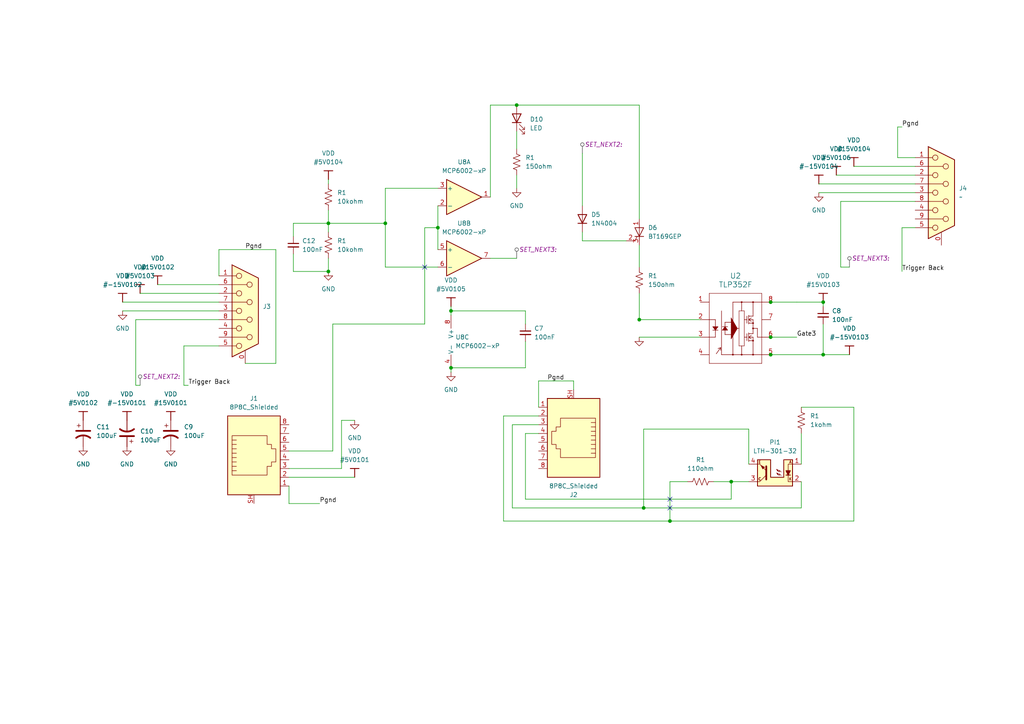
<source format=kicad_sch>
(kicad_sch (version 20230121) (generator eeschema)

  (uuid 64d01f6d-bfcb-403b-9095-50da8f4e01b5)

  (paper "A4")

  (lib_symbols
    (symbol "Adafruit_0.56_7-Segment_QT-altium-import:VDD" (power) (in_bom yes) (on_board yes)
      (property "Reference" "#PWR" (at 0 0 0)
        (effects (font (size 1.27 1.27)))
      )
      (property "Value" "VDD" (at 0 3.81 0)
        (effects (font (size 1.27 1.27)))
      )
      (property "Footprint" "" (at 0 0 0)
        (effects (font (size 1.27 1.27)) hide)
      )
      (property "Datasheet" "" (at 0 0 0)
        (effects (font (size 1.27 1.27)) hide)
      )
      (property "ki_keywords" "power-flag" (at 0 0 0)
        (effects (font (size 1.27 1.27)) hide)
      )
      (property "ki_description" "Power symbol creates a global label with name 'VDD'" (at 0 0 0)
        (effects (font (size 1.27 1.27)) hide)
      )
      (symbol "VDD_0_0"
        (polyline
          (pts
            (xy -1.27 -2.54)
            (xy 1.27 -2.54)
          )
          (stroke (width 0.254) (type solid))
          (fill (type none))
        )
        (polyline
          (pts
            (xy 0 0)
            (xy 0 -2.54)
          )
          (stroke (width 0.254) (type solid))
          (fill (type none))
        )
        (pin power_in line (at 0 0 0) (length 0) hide
          (name "VDD" (effects (font (size 1.27 1.27))))
          (number "" (effects (font (size 1.27 1.27))))
        )
      )
    )
    (symbol "Amplifier_Operational:MCP6002-xP" (pin_names (offset 0.127)) (in_bom yes) (on_board yes)
      (property "Reference" "U" (at 0 5.08 0)
        (effects (font (size 1.27 1.27)) (justify left))
      )
      (property "Value" "MCP6002-xP" (at 0 -5.08 0)
        (effects (font (size 1.27 1.27)) (justify left))
      )
      (property "Footprint" "" (at 0 0 0)
        (effects (font (size 1.27 1.27)) hide)
      )
      (property "Datasheet" "http://ww1.microchip.com/downloads/en/DeviceDoc/21733j.pdf" (at 0 0 0)
        (effects (font (size 1.27 1.27)) hide)
      )
      (property "ki_locked" "" (at 0 0 0)
        (effects (font (size 1.27 1.27)))
      )
      (property "ki_keywords" "dual opamp" (at 0 0 0)
        (effects (font (size 1.27 1.27)) hide)
      )
      (property "ki_description" "1MHz, Low-Power Op Amp, DIP-8" (at 0 0 0)
        (effects (font (size 1.27 1.27)) hide)
      )
      (property "ki_fp_filters" "SOIC*3.9x4.9mm*P1.27mm* DIP*W7.62mm* TO*99* OnSemi*Micro8* TSSOP*3x3mm*P0.65mm* TSSOP*4.4x3mm*P0.65mm* MSOP*3x3mm*P0.65mm* SSOP*3.9x4.9mm*P0.635mm* LFCSP*2x2mm*P0.5mm* *SIP* SOIC*5.3x6.2mm*P1.27mm*" (at 0 0 0)
        (effects (font (size 1.27 1.27)) hide)
      )
      (symbol "MCP6002-xP_1_1"
        (polyline
          (pts
            (xy -5.08 5.08)
            (xy 5.08 0)
            (xy -5.08 -5.08)
            (xy -5.08 5.08)
          )
          (stroke (width 0.254) (type default))
          (fill (type background))
        )
        (pin output line (at 7.62 0 180) (length 2.54)
          (name "~" (effects (font (size 1.27 1.27))))
          (number "1" (effects (font (size 1.27 1.27))))
        )
        (pin input line (at -7.62 -2.54 0) (length 2.54)
          (name "-" (effects (font (size 1.27 1.27))))
          (number "2" (effects (font (size 1.27 1.27))))
        )
        (pin input line (at -7.62 2.54 0) (length 2.54)
          (name "+" (effects (font (size 1.27 1.27))))
          (number "3" (effects (font (size 1.27 1.27))))
        )
      )
      (symbol "MCP6002-xP_2_1"
        (polyline
          (pts
            (xy -5.08 5.08)
            (xy 5.08 0)
            (xy -5.08 -5.08)
            (xy -5.08 5.08)
          )
          (stroke (width 0.254) (type default))
          (fill (type background))
        )
        (pin input line (at -7.62 2.54 0) (length 2.54)
          (name "+" (effects (font (size 1.27 1.27))))
          (number "5" (effects (font (size 1.27 1.27))))
        )
        (pin input line (at -7.62 -2.54 0) (length 2.54)
          (name "-" (effects (font (size 1.27 1.27))))
          (number "6" (effects (font (size 1.27 1.27))))
        )
        (pin output line (at 7.62 0 180) (length 2.54)
          (name "~" (effects (font (size 1.27 1.27))))
          (number "7" (effects (font (size 1.27 1.27))))
        )
      )
      (symbol "MCP6002-xP_3_1"
        (pin power_in line (at -2.54 -7.62 90) (length 3.81)
          (name "V-" (effects (font (size 1.27 1.27))))
          (number "4" (effects (font (size 1.27 1.27))))
        )
        (pin power_in line (at -2.54 7.62 270) (length 3.81)
          (name "V+" (effects (font (size 1.27 1.27))))
          (number "8" (effects (font (size 1.27 1.27))))
        )
      )
    )
    (symbol "Connector:8P8C_Shielded" (pin_names (offset 1.016)) (in_bom yes) (on_board yes)
      (property "Reference" "J" (at -5.08 13.97 0)
        (effects (font (size 1.27 1.27)) (justify right))
      )
      (property "Value" "8P8C_Shielded" (at 2.54 13.97 0)
        (effects (font (size 1.27 1.27)) (justify left))
      )
      (property "Footprint" "" (at 0 0.635 90)
        (effects (font (size 1.27 1.27)) hide)
      )
      (property "Datasheet" "~" (at 0 0.635 90)
        (effects (font (size 1.27 1.27)) hide)
      )
      (property "ki_keywords" "8P8C RJ socket connector" (at 0 0 0)
        (effects (font (size 1.27 1.27)) hide)
      )
      (property "ki_description" "RJ connector, 8P8C (8 positions 8 connected), RJ31/RJ32/RJ33/RJ34/RJ35/RJ41/RJ45/RJ49/RJ61, Shielded" (at 0 0 0)
        (effects (font (size 1.27 1.27)) hide)
      )
      (property "ki_fp_filters" "8P8C* RJ31* RJ32* RJ33* RJ34* RJ35* RJ41* RJ45* RJ49* RJ61*" (at 0 0 0)
        (effects (font (size 1.27 1.27)) hide)
      )
      (symbol "8P8C_Shielded_0_1"
        (polyline
          (pts
            (xy -5.08 4.445)
            (xy -6.35 4.445)
          )
          (stroke (width 0) (type default))
          (fill (type none))
        )
        (polyline
          (pts
            (xy -5.08 5.715)
            (xy -6.35 5.715)
          )
          (stroke (width 0) (type default))
          (fill (type none))
        )
        (polyline
          (pts
            (xy -6.35 -3.175)
            (xy -5.08 -3.175)
            (xy -5.08 -3.175)
          )
          (stroke (width 0) (type default))
          (fill (type none))
        )
        (polyline
          (pts
            (xy -6.35 -1.905)
            (xy -5.08 -1.905)
            (xy -5.08 -1.905)
          )
          (stroke (width 0) (type default))
          (fill (type none))
        )
        (polyline
          (pts
            (xy -6.35 -0.635)
            (xy -5.08 -0.635)
            (xy -5.08 -0.635)
          )
          (stroke (width 0) (type default))
          (fill (type none))
        )
        (polyline
          (pts
            (xy -6.35 0.635)
            (xy -5.08 0.635)
            (xy -5.08 0.635)
          )
          (stroke (width 0) (type default))
          (fill (type none))
        )
        (polyline
          (pts
            (xy -6.35 1.905)
            (xy -5.08 1.905)
            (xy -5.08 1.905)
          )
          (stroke (width 0) (type default))
          (fill (type none))
        )
        (polyline
          (pts
            (xy -5.08 3.175)
            (xy -6.35 3.175)
            (xy -6.35 3.175)
          )
          (stroke (width 0) (type default))
          (fill (type none))
        )
        (polyline
          (pts
            (xy -6.35 -4.445)
            (xy -6.35 6.985)
            (xy 3.81 6.985)
            (xy 3.81 4.445)
            (xy 5.08 4.445)
            (xy 5.08 3.175)
            (xy 6.35 3.175)
            (xy 6.35 -0.635)
            (xy 5.08 -0.635)
            (xy 5.08 -1.905)
            (xy 3.81 -1.905)
            (xy 3.81 -4.445)
            (xy -6.35 -4.445)
            (xy -6.35 -4.445)
          )
          (stroke (width 0) (type default))
          (fill (type none))
        )
        (rectangle (start 7.62 12.7) (end -7.62 -10.16)
          (stroke (width 0.254) (type default))
          (fill (type background))
        )
      )
      (symbol "8P8C_Shielded_1_1"
        (pin passive line (at 10.16 -7.62 180) (length 2.54)
          (name "~" (effects (font (size 1.27 1.27))))
          (number "1" (effects (font (size 1.27 1.27))))
        )
        (pin passive line (at 10.16 -5.08 180) (length 2.54)
          (name "~" (effects (font (size 1.27 1.27))))
          (number "2" (effects (font (size 1.27 1.27))))
        )
        (pin passive line (at 10.16 -2.54 180) (length 2.54)
          (name "~" (effects (font (size 1.27 1.27))))
          (number "3" (effects (font (size 1.27 1.27))))
        )
        (pin passive line (at 10.16 0 180) (length 2.54)
          (name "~" (effects (font (size 1.27 1.27))))
          (number "4" (effects (font (size 1.27 1.27))))
        )
        (pin passive line (at 10.16 2.54 180) (length 2.54)
          (name "~" (effects (font (size 1.27 1.27))))
          (number "5" (effects (font (size 1.27 1.27))))
        )
        (pin passive line (at 10.16 5.08 180) (length 2.54)
          (name "~" (effects (font (size 1.27 1.27))))
          (number "6" (effects (font (size 1.27 1.27))))
        )
        (pin passive line (at 10.16 7.62 180) (length 2.54)
          (name "~" (effects (font (size 1.27 1.27))))
          (number "7" (effects (font (size 1.27 1.27))))
        )
        (pin passive line (at 10.16 10.16 180) (length 2.54)
          (name "~" (effects (font (size 1.27 1.27))))
          (number "8" (effects (font (size 1.27 1.27))))
        )
        (pin passive line (at 0 -12.7 90) (length 2.54)
          (name "~" (effects (font (size 1.27 1.27))))
          (number "SH" (effects (font (size 1.27 1.27))))
        )
      )
    )
    (symbol "Connector:DE9_Receptacle_MountingHoles" (pin_names (offset 1.016) hide) (in_bom yes) (on_board yes)
      (property "Reference" "J" (at 0 16.51 0)
        (effects (font (size 1.27 1.27)))
      )
      (property "Value" "DE9_Receptacle_MountingHoles" (at 0 14.605 0)
        (effects (font (size 1.27 1.27)))
      )
      (property "Footprint" "" (at 0 0 0)
        (effects (font (size 1.27 1.27)) hide)
      )
      (property "Datasheet" " ~" (at 0 0 0)
        (effects (font (size 1.27 1.27)) hide)
      )
      (property "ki_keywords" "connector receptacle female D-SUB DB9" (at 0 0 0)
        (effects (font (size 1.27 1.27)) hide)
      )
      (property "ki_description" "9-pin female receptacle socket D-SUB connector, Mounting Hole" (at 0 0 0)
        (effects (font (size 1.27 1.27)) hide)
      )
      (property "ki_fp_filters" "DSUB*Female*" (at 0 0 0)
        (effects (font (size 1.27 1.27)) hide)
      )
      (symbol "DE9_Receptacle_MountingHoles_0_1"
        (circle (center -1.778 -10.16) (radius 0.762)
          (stroke (width 0) (type default))
          (fill (type none))
        )
        (circle (center -1.778 -5.08) (radius 0.762)
          (stroke (width 0) (type default))
          (fill (type none))
        )
        (circle (center -1.778 0) (radius 0.762)
          (stroke (width 0) (type default))
          (fill (type none))
        )
        (circle (center -1.778 5.08) (radius 0.762)
          (stroke (width 0) (type default))
          (fill (type none))
        )
        (circle (center -1.778 10.16) (radius 0.762)
          (stroke (width 0) (type default))
          (fill (type none))
        )
        (polyline
          (pts
            (xy -3.81 -10.16)
            (xy -2.54 -10.16)
          )
          (stroke (width 0) (type default))
          (fill (type none))
        )
        (polyline
          (pts
            (xy -3.81 -7.62)
            (xy 0.508 -7.62)
          )
          (stroke (width 0) (type default))
          (fill (type none))
        )
        (polyline
          (pts
            (xy -3.81 -5.08)
            (xy -2.54 -5.08)
          )
          (stroke (width 0) (type default))
          (fill (type none))
        )
        (polyline
          (pts
            (xy -3.81 -2.54)
            (xy 0.508 -2.54)
          )
          (stroke (width 0) (type default))
          (fill (type none))
        )
        (polyline
          (pts
            (xy -3.81 0)
            (xy -2.54 0)
          )
          (stroke (width 0) (type default))
          (fill (type none))
        )
        (polyline
          (pts
            (xy -3.81 2.54)
            (xy 0.508 2.54)
          )
          (stroke (width 0) (type default))
          (fill (type none))
        )
        (polyline
          (pts
            (xy -3.81 5.08)
            (xy -2.54 5.08)
          )
          (stroke (width 0) (type default))
          (fill (type none))
        )
        (polyline
          (pts
            (xy -3.81 7.62)
            (xy 0.508 7.62)
          )
          (stroke (width 0) (type default))
          (fill (type none))
        )
        (polyline
          (pts
            (xy -3.81 10.16)
            (xy -2.54 10.16)
          )
          (stroke (width 0) (type default))
          (fill (type none))
        )
        (polyline
          (pts
            (xy -3.81 13.335)
            (xy -3.81 -13.335)
            (xy 3.81 -9.525)
            (xy 3.81 9.525)
            (xy -3.81 13.335)
          )
          (stroke (width 0.254) (type default))
          (fill (type background))
        )
        (circle (center 1.27 -7.62) (radius 0.762)
          (stroke (width 0) (type default))
          (fill (type none))
        )
        (circle (center 1.27 -2.54) (radius 0.762)
          (stroke (width 0) (type default))
          (fill (type none))
        )
        (circle (center 1.27 2.54) (radius 0.762)
          (stroke (width 0) (type default))
          (fill (type none))
        )
        (circle (center 1.27 7.62) (radius 0.762)
          (stroke (width 0) (type default))
          (fill (type none))
        )
      )
      (symbol "DE9_Receptacle_MountingHoles_1_1"
        (pin passive line (at 0 -15.24 90) (length 3.81)
          (name "PAD" (effects (font (size 1.27 1.27))))
          (number "0" (effects (font (size 1.27 1.27))))
        )
        (pin passive line (at -7.62 10.16 0) (length 3.81)
          (name "1" (effects (font (size 1.27 1.27))))
          (number "1" (effects (font (size 1.27 1.27))))
        )
        (pin passive line (at -7.62 5.08 0) (length 3.81)
          (name "2" (effects (font (size 1.27 1.27))))
          (number "2" (effects (font (size 1.27 1.27))))
        )
        (pin passive line (at -7.62 0 0) (length 3.81)
          (name "3" (effects (font (size 1.27 1.27))))
          (number "3" (effects (font (size 1.27 1.27))))
        )
        (pin passive line (at -7.62 -5.08 0) (length 3.81)
          (name "4" (effects (font (size 1.27 1.27))))
          (number "4" (effects (font (size 1.27 1.27))))
        )
        (pin passive line (at -7.62 -10.16 0) (length 3.81)
          (name "5" (effects (font (size 1.27 1.27))))
          (number "5" (effects (font (size 1.27 1.27))))
        )
        (pin passive line (at -7.62 7.62 0) (length 3.81)
          (name "6" (effects (font (size 1.27 1.27))))
          (number "6" (effects (font (size 1.27 1.27))))
        )
        (pin passive line (at -7.62 2.54 0) (length 3.81)
          (name "7" (effects (font (size 1.27 1.27))))
          (number "7" (effects (font (size 1.27 1.27))))
        )
        (pin passive line (at -7.62 -2.54 0) (length 3.81)
          (name "8" (effects (font (size 1.27 1.27))))
          (number "8" (effects (font (size 1.27 1.27))))
        )
        (pin passive line (at -7.62 -7.62 0) (length 3.81)
          (name "9" (effects (font (size 1.27 1.27))))
          (number "9" (effects (font (size 1.27 1.27))))
        )
      )
    )
    (symbol "Device:C_Polarized_US" (pin_numbers hide) (pin_names (offset 0.254) hide) (in_bom yes) (on_board yes)
      (property "Reference" "C" (at 0.635 2.54 0)
        (effects (font (size 1.27 1.27)) (justify left))
      )
      (property "Value" "C_Polarized_US" (at 0.635 -2.54 0)
        (effects (font (size 1.27 1.27)) (justify left))
      )
      (property "Footprint" "" (at 0 0 0)
        (effects (font (size 1.27 1.27)) hide)
      )
      (property "Datasheet" "~" (at 0 0 0)
        (effects (font (size 1.27 1.27)) hide)
      )
      (property "ki_keywords" "cap capacitor" (at 0 0 0)
        (effects (font (size 1.27 1.27)) hide)
      )
      (property "ki_description" "Polarized capacitor, US symbol" (at 0 0 0)
        (effects (font (size 1.27 1.27)) hide)
      )
      (property "ki_fp_filters" "CP_*" (at 0 0 0)
        (effects (font (size 1.27 1.27)) hide)
      )
      (symbol "C_Polarized_US_0_1"
        (polyline
          (pts
            (xy -2.032 0.762)
            (xy 2.032 0.762)
          )
          (stroke (width 0.508) (type default))
          (fill (type none))
        )
        (polyline
          (pts
            (xy -1.778 2.286)
            (xy -0.762 2.286)
          )
          (stroke (width 0) (type default))
          (fill (type none))
        )
        (polyline
          (pts
            (xy -1.27 1.778)
            (xy -1.27 2.794)
          )
          (stroke (width 0) (type default))
          (fill (type none))
        )
        (arc (start 2.032 -1.27) (mid 0 -0.5572) (end -2.032 -1.27)
          (stroke (width 0.508) (type default))
          (fill (type none))
        )
      )
      (symbol "C_Polarized_US_1_1"
        (pin passive line (at 0 3.81 270) (length 2.794)
          (name "~" (effects (font (size 1.27 1.27))))
          (number "1" (effects (font (size 1.27 1.27))))
        )
        (pin passive line (at 0 -3.81 90) (length 3.302)
          (name "~" (effects (font (size 1.27 1.27))))
          (number "2" (effects (font (size 1.27 1.27))))
        )
      )
    )
    (symbol "Device:C_Small" (pin_numbers hide) (pin_names (offset 0.254) hide) (in_bom yes) (on_board yes)
      (property "Reference" "C" (at 0.254 1.778 0)
        (effects (font (size 1.27 1.27)) (justify left))
      )
      (property "Value" "C_Small" (at 0.254 -2.032 0)
        (effects (font (size 1.27 1.27)) (justify left))
      )
      (property "Footprint" "" (at 0 0 0)
        (effects (font (size 1.27 1.27)) hide)
      )
      (property "Datasheet" "~" (at 0 0 0)
        (effects (font (size 1.27 1.27)) hide)
      )
      (property "ki_keywords" "capacitor cap" (at 0 0 0)
        (effects (font (size 1.27 1.27)) hide)
      )
      (property "ki_description" "Unpolarized capacitor, small symbol" (at 0 0 0)
        (effects (font (size 1.27 1.27)) hide)
      )
      (property "ki_fp_filters" "C_*" (at 0 0 0)
        (effects (font (size 1.27 1.27)) hide)
      )
      (symbol "C_Small_0_1"
        (polyline
          (pts
            (xy -1.524 -0.508)
            (xy 1.524 -0.508)
          )
          (stroke (width 0.3302) (type default))
          (fill (type none))
        )
        (polyline
          (pts
            (xy -1.524 0.508)
            (xy 1.524 0.508)
          )
          (stroke (width 0.3048) (type default))
          (fill (type none))
        )
      )
      (symbol "C_Small_1_1"
        (pin passive line (at 0 2.54 270) (length 2.032)
          (name "~" (effects (font (size 1.27 1.27))))
          (number "1" (effects (font (size 1.27 1.27))))
        )
        (pin passive line (at 0 -2.54 90) (length 2.032)
          (name "~" (effects (font (size 1.27 1.27))))
          (number "2" (effects (font (size 1.27 1.27))))
        )
      )
    )
    (symbol "Device:LED" (pin_numbers hide) (pin_names (offset 1.016) hide) (in_bom yes) (on_board yes)
      (property "Reference" "D" (at 0 2.54 0)
        (effects (font (size 1.27 1.27)))
      )
      (property "Value" "LED" (at 0 -2.54 0)
        (effects (font (size 1.27 1.27)))
      )
      (property "Footprint" "" (at 0 0 0)
        (effects (font (size 1.27 1.27)) hide)
      )
      (property "Datasheet" "~" (at 0 0 0)
        (effects (font (size 1.27 1.27)) hide)
      )
      (property "ki_keywords" "LED diode" (at 0 0 0)
        (effects (font (size 1.27 1.27)) hide)
      )
      (property "ki_description" "Light emitting diode" (at 0 0 0)
        (effects (font (size 1.27 1.27)) hide)
      )
      (property "ki_fp_filters" "LED* LED_SMD:* LED_THT:*" (at 0 0 0)
        (effects (font (size 1.27 1.27)) hide)
      )
      (symbol "LED_0_1"
        (polyline
          (pts
            (xy -1.27 -1.27)
            (xy -1.27 1.27)
          )
          (stroke (width 0.254) (type default))
          (fill (type none))
        )
        (polyline
          (pts
            (xy -1.27 0)
            (xy 1.27 0)
          )
          (stroke (width 0) (type default))
          (fill (type none))
        )
        (polyline
          (pts
            (xy 1.27 -1.27)
            (xy 1.27 1.27)
            (xy -1.27 0)
            (xy 1.27 -1.27)
          )
          (stroke (width 0.254) (type default))
          (fill (type none))
        )
        (polyline
          (pts
            (xy -3.048 -0.762)
            (xy -4.572 -2.286)
            (xy -3.81 -2.286)
            (xy -4.572 -2.286)
            (xy -4.572 -1.524)
          )
          (stroke (width 0) (type default))
          (fill (type none))
        )
        (polyline
          (pts
            (xy -1.778 -0.762)
            (xy -3.302 -2.286)
            (xy -2.54 -2.286)
            (xy -3.302 -2.286)
            (xy -3.302 -1.524)
          )
          (stroke (width 0) (type default))
          (fill (type none))
        )
      )
      (symbol "LED_1_1"
        (pin passive line (at -3.81 0 0) (length 2.54)
          (name "K" (effects (font (size 1.27 1.27))))
          (number "1" (effects (font (size 1.27 1.27))))
        )
        (pin passive line (at 3.81 0 180) (length 2.54)
          (name "A" (effects (font (size 1.27 1.27))))
          (number "2" (effects (font (size 1.27 1.27))))
        )
      )
    )
    (symbol "Device:Q_SCR_AGK" (pin_names (offset 0) hide) (in_bom yes) (on_board yes)
      (property "Reference" "D" (at 1.905 0.635 0)
        (effects (font (size 1.27 1.27)) (justify left))
      )
      (property "Value" "Q_SCR_AGK" (at 1.905 -1.27 0)
        (effects (font (size 1.27 1.27)) (justify left))
      )
      (property "Footprint" "" (at 0 0 90)
        (effects (font (size 1.27 1.27)) hide)
      )
      (property "Datasheet" "~" (at 0 0 90)
        (effects (font (size 1.27 1.27)) hide)
      )
      (property "ki_keywords" "SCR thyristor" (at 0 0 0)
        (effects (font (size 1.27 1.27)) hide)
      )
      (property "ki_description" "Silicon controlled rectifier, anode/gate/cathode" (at 0 0 0)
        (effects (font (size 1.27 1.27)) hide)
      )
      (symbol "Q_SCR_AGK_0_1"
        (polyline
          (pts
            (xy -1.27 -2.54)
            (xy -0.635 -1.27)
          )
          (stroke (width 0) (type default))
          (fill (type none))
        )
        (polyline
          (pts
            (xy -1.27 -1.27)
            (xy 1.27 -1.27)
          )
          (stroke (width 0.2032) (type default))
          (fill (type none))
        )
        (polyline
          (pts
            (xy 0 -2.54)
            (xy 0 2.54)
          )
          (stroke (width 0) (type default))
          (fill (type none))
        )
        (polyline
          (pts
            (xy -1.27 1.27)
            (xy 1.27 1.27)
            (xy 0 -1.27)
            (xy -1.27 1.27)
          )
          (stroke (width 0.2032) (type default))
          (fill (type none))
        )
      )
      (symbol "Q_SCR_AGK_1_1"
        (pin passive line (at 0 3.81 270) (length 2.54)
          (name "A" (effects (font (size 1.27 1.27))))
          (number "1" (effects (font (size 1.27 1.27))))
        )
        (pin input line (at -3.81 -2.54 0) (length 2.54)
          (name "G" (effects (font (size 1.27 1.27))))
          (number "2" (effects (font (size 1.27 1.27))))
        )
        (pin passive line (at 0 -3.81 90) (length 2.54)
          (name "K" (effects (font (size 1.27 1.27))))
          (number "3" (effects (font (size 1.27 1.27))))
        )
      )
    )
    (symbol "Device:R_US" (pin_numbers hide) (pin_names (offset 0)) (in_bom yes) (on_board yes)
      (property "Reference" "R" (at 2.54 0 90)
        (effects (font (size 1.27 1.27)))
      )
      (property "Value" "R_US" (at -2.54 0 90)
        (effects (font (size 1.27 1.27)))
      )
      (property "Footprint" "" (at 1.016 -0.254 90)
        (effects (font (size 1.27 1.27)) hide)
      )
      (property "Datasheet" "~" (at 0 0 0)
        (effects (font (size 1.27 1.27)) hide)
      )
      (property "ki_keywords" "R res resistor" (at 0 0 0)
        (effects (font (size 1.27 1.27)) hide)
      )
      (property "ki_description" "Resistor, US symbol" (at 0 0 0)
        (effects (font (size 1.27 1.27)) hide)
      )
      (property "ki_fp_filters" "R_*" (at 0 0 0)
        (effects (font (size 1.27 1.27)) hide)
      )
      (symbol "R_US_0_1"
        (polyline
          (pts
            (xy 0 -2.286)
            (xy 0 -2.54)
          )
          (stroke (width 0) (type default))
          (fill (type none))
        )
        (polyline
          (pts
            (xy 0 2.286)
            (xy 0 2.54)
          )
          (stroke (width 0) (type default))
          (fill (type none))
        )
        (polyline
          (pts
            (xy 0 -0.762)
            (xy 1.016 -1.143)
            (xy 0 -1.524)
            (xy -1.016 -1.905)
            (xy 0 -2.286)
          )
          (stroke (width 0) (type default))
          (fill (type none))
        )
        (polyline
          (pts
            (xy 0 0.762)
            (xy 1.016 0.381)
            (xy 0 0)
            (xy -1.016 -0.381)
            (xy 0 -0.762)
          )
          (stroke (width 0) (type default))
          (fill (type none))
        )
        (polyline
          (pts
            (xy 0 2.286)
            (xy 1.016 1.905)
            (xy 0 1.524)
            (xy -1.016 1.143)
            (xy 0 0.762)
          )
          (stroke (width 0) (type default))
          (fill (type none))
        )
      )
      (symbol "R_US_1_1"
        (pin passive line (at 0 3.81 270) (length 1.27)
          (name "~" (effects (font (size 1.27 1.27))))
          (number "1" (effects (font (size 1.27 1.27))))
        )
        (pin passive line (at 0 -3.81 90) (length 1.27)
          (name "~" (effects (font (size 1.27 1.27))))
          (number "2" (effects (font (size 1.27 1.27))))
        )
      )
    )
    (symbol "Diode:1N914" (pin_numbers hide) (pin_names hide) (in_bom yes) (on_board yes)
      (property "Reference" "D" (at 0 2.54 0)
        (effects (font (size 1.27 1.27)))
      )
      (property "Value" "1N914" (at 0 -2.54 0)
        (effects (font (size 1.27 1.27)))
      )
      (property "Footprint" "Diode_THT:D_DO-35_SOD27_P7.62mm_Horizontal" (at 0 -4.445 0)
        (effects (font (size 1.27 1.27)) hide)
      )
      (property "Datasheet" "http://www.vishay.com/docs/85622/1n914.pdf" (at 0 0 0)
        (effects (font (size 1.27 1.27)) hide)
      )
      (property "Sim.Device" "D" (at 0 0 0)
        (effects (font (size 1.27 1.27)) hide)
      )
      (property "Sim.Pins" "1=K 2=A" (at 0 0 0)
        (effects (font (size 1.27 1.27)) hide)
      )
      (property "ki_keywords" "diode" (at 0 0 0)
        (effects (font (size 1.27 1.27)) hide)
      )
      (property "ki_description" "100V 0.3A Small Signal Fast Switching Diode, DO-35" (at 0 0 0)
        (effects (font (size 1.27 1.27)) hide)
      )
      (property "ki_fp_filters" "D*DO?35*" (at 0 0 0)
        (effects (font (size 1.27 1.27)) hide)
      )
      (symbol "1N914_0_1"
        (polyline
          (pts
            (xy -1.27 1.27)
            (xy -1.27 -1.27)
          )
          (stroke (width 0.254) (type default))
          (fill (type none))
        )
        (polyline
          (pts
            (xy 1.27 0)
            (xy -1.27 0)
          )
          (stroke (width 0) (type default))
          (fill (type none))
        )
        (polyline
          (pts
            (xy 1.27 1.27)
            (xy 1.27 -1.27)
            (xy -1.27 0)
            (xy 1.27 1.27)
          )
          (stroke (width 0.254) (type default))
          (fill (type none))
        )
      )
      (symbol "1N914_1_1"
        (pin passive line (at -3.81 0 0) (length 2.54)
          (name "K" (effects (font (size 1.27 1.27))))
          (number "1" (effects (font (size 1.27 1.27))))
        )
        (pin passive line (at 3.81 0 180) (length 2.54)
          (name "A" (effects (font (size 1.27 1.27))))
          (number "2" (effects (font (size 1.27 1.27))))
        )
      )
    )
    (symbol "Sensor_Proximity:ITR9608-F" (in_bom yes) (on_board yes)
      (property "Reference" "U" (at -5.08 5.08 0)
        (effects (font (size 1.27 1.27)) (justify left))
      )
      (property "Value" "ITR9608-F" (at 0 -5.08 0)
        (effects (font (size 1.27 1.27)))
      )
      (property "Footprint" "OptoDevice:Everlight_ITR9608-F" (at 0 -6.35 0)
        (effects (font (size 1.27 1.27) italic) hide)
      )
      (property "Datasheet" "https://everlighteurope.com/index.php?controller=attachment&id_attachment=5389" (at -1.27 6.35 0)
        (effects (font (size 1.27 1.27)) hide)
      )
      (property "ki_keywords" "Photointerrupter opto interrupter infrared LED fast response time infrared 940nm 5mm gap" (at 0 0 0)
        (effects (font (size 1.27 1.27)) hide)
      )
      (property "ki_description" "Photointerrupter infrared LED with photo IC, -25 to +85 degree Celsius" (at 0 0 0)
        (effects (font (size 1.27 1.27)) hide)
      )
      (property "ki_fp_filters" "*ITR9608*" (at 0 0 0)
        (effects (font (size 1.27 1.27)) hide)
      )
      (symbol "ITR9608-F_0_0"
        (text "A" (at -4.445 3.175 0)
          (effects (font (size 0.762 0.762)))
        )
        (text "C" (at 4.445 -1.778 0)
          (effects (font (size 0.762 0.762)))
        )
        (text "E" (at 4.445 3.175 0)
          (effects (font (size 0.762 0.762)))
        )
        (text "K" (at -4.445 -1.778 0)
          (effects (font (size 0.762 0.762)))
        )
      )
      (symbol "ITR9608-F_0_1"
        (polyline
          (pts
            (xy -4.445 -0.635)
            (xy -3.175 -0.635)
          )
          (stroke (width 0.254) (type default))
          (fill (type none))
        )
        (polyline
          (pts
            (xy 2.54 -0.635)
            (xy 4.445 -2.54)
          )
          (stroke (width 0) (type default))
          (fill (type none))
        )
        (polyline
          (pts
            (xy 4.445 -2.54)
            (xy 5.08 -2.54)
          )
          (stroke (width 0) (type default))
          (fill (type none))
        )
        (polyline
          (pts
            (xy 4.445 2.54)
            (xy 2.54 0.635)
          )
          (stroke (width 0) (type default))
          (fill (type outline))
        )
        (polyline
          (pts
            (xy 4.445 2.54)
            (xy 5.08 2.54)
          )
          (stroke (width 0) (type default))
          (fill (type none))
        )
        (polyline
          (pts
            (xy -5.08 -2.54)
            (xy -3.81 -2.54)
            (xy -3.81 -0.635)
          )
          (stroke (width 0) (type default))
          (fill (type none))
        )
        (polyline
          (pts
            (xy -5.08 2.54)
            (xy -3.81 2.54)
            (xy -3.81 0.635)
          )
          (stroke (width 0) (type default))
          (fill (type none))
        )
        (polyline
          (pts
            (xy 2.54 -1.905)
            (xy 2.54 1.905)
            (xy 2.54 1.905)
          )
          (stroke (width 0.508) (type default))
          (fill (type none))
        )
        (polyline
          (pts
            (xy -3.81 -0.635)
            (xy -4.445 0.635)
            (xy -3.175 0.635)
            (xy -3.81 -0.635)
          )
          (stroke (width 0.254) (type default))
          (fill (type outline))
        )
        (polyline
          (pts
            (xy -1.778 0.254)
            (xy -1.2446 0.762)
            (xy -1.2446 0.254)
            (xy -0.4826 1.016)
          )
          (stroke (width 0) (type default))
          (fill (type none))
        )
        (polyline
          (pts
            (xy -0.4826 1.016)
            (xy -0.9906 0.762)
            (xy -0.7366 0.508)
            (xy -0.4826 1.016)
          )
          (stroke (width 0) (type default))
          (fill (type none))
        )
        (polyline
          (pts
            (xy 3.048 1.651)
            (xy 3.556 1.143)
            (xy 4.064 2.159)
            (xy 3.048 1.651)
            (xy 3.048 1.651)
          )
          (stroke (width 0) (type default))
          (fill (type outline))
        )
        (polyline
          (pts
            (xy -1.778 -0.762)
            (xy -1.2446 -0.254)
            (xy -1.2446 -0.762)
            (xy -0.4826 0)
            (xy -0.9906 -0.254)
            (xy -0.7366 -0.508)
            (xy -0.4826 0)
          )
          (stroke (width 0) (type default))
          (fill (type none))
        )
        (polyline
          (pts
            (xy -5.08 3.81)
            (xy -5.08 -3.81)
            (xy 5.08 -3.81)
            (xy 5.08 3.81)
            (xy 1.27 3.81)
            (xy 1.27 -1.27)
            (xy -2.54 -1.27)
            (xy -2.54 3.81)
            (xy -5.08 3.81)
          )
          (stroke (width 0.254) (type default))
          (fill (type background))
        )
      )
      (symbol "ITR9608-F_1_1"
        (pin passive line (at -7.62 2.54 0) (length 2.54)
          (name "~" (effects (font (size 1.27 1.27))))
          (number "1" (effects (font (size 1.27 1.27))))
        )
        (pin passive line (at -7.62 -2.54 0) (length 2.54)
          (name "~" (effects (font (size 1.27 1.27))))
          (number "2" (effects (font (size 1.27 1.27))))
        )
        (pin open_collector line (at 7.62 -2.54 180) (length 2.54)
          (name "~" (effects (font (size 1.27 1.27))))
          (number "3" (effects (font (size 1.27 1.27))))
        )
        (pin open_emitter line (at 7.62 2.54 180) (length 2.54)
          (name "~" (effects (font (size 1.27 1.27))))
          (number "4" (effects (font (size 1.27 1.27))))
        )
      )
    )
    (symbol "TLP532(F):TLP352F" (pin_names (offset 0.254)) (in_bom yes) (on_board yes)
      (property "Reference" "U3" (at 7.62 5.08 0)
        (effects (font (size 1.524 1.524)))
      )
      (property "Value" "TLP352F" (at 7.62 2.54 0)
        (effects (font (size 1.524 1.524)))
      )
      (property "Footprint" "DIP8_TOS" (at -2.54 5.08 0)
        (effects (font (size 1.27 1.27) italic) hide)
      )
      (property "Datasheet" "TLP352F" (at -2.54 2.54 0)
        (effects (font (size 1.27 1.27) italic) hide)
      )
      (property "ki_locked" "" (at 0 0 0)
        (effects (font (size 1.27 1.27)))
      )
      (property "ki_keywords" "TLP352(F)" (at 0 0 0)
        (effects (font (size 1.27 1.27)) hide)
      )
      (property "ki_fp_filters" "DIP8_TOS" (at 0 0 0)
        (effects (font (size 1.27 1.27)) hide)
      )
      (symbol "TLP352F_0_1"
        (polyline
          (pts
            (xy -2.54 -17.78)
            (xy 0 -17.78)
          )
          (stroke (width 0) (type default))
          (fill (type none))
        )
        (polyline
          (pts
            (xy -2.54 -12.7)
            (xy 0 -12.7)
          )
          (stroke (width 0) (type default))
          (fill (type none))
        )
        (polyline
          (pts
            (xy -2.54 -7.62)
            (xy 0 -7.62)
          )
          (stroke (width 0) (type default))
          (fill (type none))
        )
        (polyline
          (pts
            (xy -2.54 -2.54)
            (xy 0 -2.54)
          )
          (stroke (width 0) (type default))
          (fill (type none))
        )
        (polyline
          (pts
            (xy 0 -20.32)
            (xy 0 0)
          )
          (stroke (width 0.127) (type default))
          (fill (type none))
        )
        (polyline
          (pts
            (xy 0 0)
            (xy 15.24 0)
          )
          (stroke (width 0.127) (type default))
          (fill (type none))
        )
        (polyline
          (pts
            (xy 1.016 -10.668)
            (xy 2.54 -10.668)
          )
          (stroke (width 0) (type default))
          (fill (type none))
        )
        (polyline
          (pts
            (xy 1.778 -12.7)
            (xy 0 -12.7)
          )
          (stroke (width 0) (type default))
          (fill (type none))
        )
        (polyline
          (pts
            (xy 1.778 -12.7)
            (xy 1.778 -10.668)
          )
          (stroke (width 0) (type default))
          (fill (type none))
        )
        (polyline
          (pts
            (xy 1.778 -7.62)
            (xy 0 -7.62)
          )
          (stroke (width 0) (type default))
          (fill (type none))
        )
        (polyline
          (pts
            (xy 1.778 -7.62)
            (xy 1.778 -9.652)
          )
          (stroke (width 0) (type default))
          (fill (type none))
        )
        (polyline
          (pts
            (xy 2.54 -16.002)
            (xy 3.302 -15.748)
          )
          (stroke (width 0) (type default))
          (fill (type none))
        )
        (polyline
          (pts
            (xy 3.302 -16.51)
            (xy 3.302 -15.748)
          )
          (stroke (width 0) (type default))
          (fill (type none))
        )
        (polyline
          (pts
            (xy 3.302 -15.748)
            (xy 2.032 -17.526)
          )
          (stroke (width 0) (type default))
          (fill (type none))
        )
        (polyline
          (pts
            (xy 3.556 -17.78)
            (xy 15.24 -17.78)
          )
          (stroke (width 0) (type default))
          (fill (type none))
        )
        (polyline
          (pts
            (xy 3.556 -5.08)
            (xy 3.556 -17.78)
          )
          (stroke (width 0) (type default))
          (fill (type none))
        )
        (polyline
          (pts
            (xy 3.81 -9.652)
            (xy 5.334 -9.652)
          )
          (stroke (width 0) (type default))
          (fill (type none))
        )
        (polyline
          (pts
            (xy 4.572 -11.938)
            (xy 6.35 -11.938)
          )
          (stroke (width 0) (type default))
          (fill (type none))
        )
        (polyline
          (pts
            (xy 4.572 -10.668)
            (xy 4.572 -11.938)
          )
          (stroke (width 0) (type default))
          (fill (type none))
        )
        (polyline
          (pts
            (xy 4.572 -9.652)
            (xy 4.572 -8.382)
          )
          (stroke (width 0) (type default))
          (fill (type none))
        )
        (polyline
          (pts
            (xy 4.572 -8.382)
            (xy 6.35 -8.382)
          )
          (stroke (width 0) (type default))
          (fill (type none))
        )
        (polyline
          (pts
            (xy 6.858 -17.78)
            (xy 6.858 -12.192)
          )
          (stroke (width 0) (type default))
          (fill (type none))
        )
        (polyline
          (pts
            (xy 6.858 -2.54)
            (xy 6.858 -8.128)
          )
          (stroke (width 0) (type default))
          (fill (type none))
        )
        (polyline
          (pts
            (xy 6.858 -2.54)
            (xy 15.24 -2.54)
          )
          (stroke (width 0) (type default))
          (fill (type none))
        )
        (polyline
          (pts
            (xy 8.128 -10.16)
            (xy 8.636 -10.16)
          )
          (stroke (width 0) (type default))
          (fill (type none))
        )
        (polyline
          (pts
            (xy 8.636 -15.24)
            (xy 8.636 -5.08)
          )
          (stroke (width 0.127) (type default))
          (fill (type none))
        )
        (polyline
          (pts
            (xy 8.636 -5.08)
            (xy 10.16 -5.08)
          )
          (stroke (width 0.127) (type default))
          (fill (type none))
        )
        (polyline
          (pts
            (xy 9.398 -15.24)
            (xy 9.398 -17.78)
          )
          (stroke (width 0) (type default))
          (fill (type none))
        )
        (polyline
          (pts
            (xy 9.398 -5.08)
            (xy 9.398 -2.54)
          )
          (stroke (width 0) (type default))
          (fill (type none))
        )
        (polyline
          (pts
            (xy 10.16 -15.24)
            (xy 8.636 -15.24)
          )
          (stroke (width 0.127) (type default))
          (fill (type none))
        )
        (polyline
          (pts
            (xy 10.16 -12.7)
            (xy 10.922 -12.7)
          )
          (stroke (width 0) (type default))
          (fill (type none))
        )
        (polyline
          (pts
            (xy 10.16 -7.62)
            (xy 10.922 -7.62)
          )
          (stroke (width 0) (type default))
          (fill (type none))
        )
        (polyline
          (pts
            (xy 10.16 -5.08)
            (xy 10.16 -15.24)
          )
          (stroke (width 0.127) (type default))
          (fill (type none))
        )
        (polyline
          (pts
            (xy 10.922 -11.684)
            (xy 10.922 -13.716)
          )
          (stroke (width 0) (type default))
          (fill (type none))
        )
        (polyline
          (pts
            (xy 10.922 -6.604)
            (xy 10.922 -8.636)
          )
          (stroke (width 0) (type default))
          (fill (type none))
        )
        (polyline
          (pts
            (xy 11.43 -13.716)
            (xy 12.7 -13.716)
          )
          (stroke (width 0) (type default))
          (fill (type none))
        )
        (polyline
          (pts
            (xy 11.43 -12.7)
            (xy 12.192 -13.208)
          )
          (stroke (width 0) (type default))
          (fill (type none))
        )
        (polyline
          (pts
            (xy 11.43 -12.7)
            (xy 12.192 -12.192)
          )
          (stroke (width 0) (type default))
          (fill (type none))
        )
        (polyline
          (pts
            (xy 11.43 -12.7)
            (xy 12.7 -12.7)
          )
          (stroke (width 0) (type default))
          (fill (type none))
        )
        (polyline
          (pts
            (xy 11.43 -11.684)
            (xy 12.7 -11.684)
          )
          (stroke (width 0) (type default))
          (fill (type none))
        )
        (polyline
          (pts
            (xy 11.43 -11.43)
            (xy 11.43 -13.97)
          )
          (stroke (width 0) (type default))
          (fill (type none))
        )
        (polyline
          (pts
            (xy 11.43 -8.636)
            (xy 12.7 -8.636)
          )
          (stroke (width 0) (type default))
          (fill (type none))
        )
        (polyline
          (pts
            (xy 11.43 -7.62)
            (xy 12.192 -8.128)
          )
          (stroke (width 0) (type default))
          (fill (type none))
        )
        (polyline
          (pts
            (xy 11.43 -7.62)
            (xy 12.192 -7.112)
          )
          (stroke (width 0) (type default))
          (fill (type none))
        )
        (polyline
          (pts
            (xy 11.43 -7.62)
            (xy 12.7 -7.62)
          )
          (stroke (width 0) (type default))
          (fill (type none))
        )
        (polyline
          (pts
            (xy 11.43 -6.604)
            (xy 12.7 -6.604)
          )
          (stroke (width 0) (type default))
          (fill (type none))
        )
        (polyline
          (pts
            (xy 11.43 -6.35)
            (xy 11.43 -8.89)
          )
          (stroke (width 0) (type default))
          (fill (type none))
        )
        (polyline
          (pts
            (xy 12.7 -12.7)
            (xy 12.7 -17.78)
          )
          (stroke (width 0) (type default))
          (fill (type none))
        )
        (polyline
          (pts
            (xy 12.7 -10.16)
            (xy 13.97 -10.16)
          )
          (stroke (width 0) (type default))
          (fill (type none))
        )
        (polyline
          (pts
            (xy 12.7 -7.62)
            (xy 12.7 -11.684)
          )
          (stroke (width 0) (type default))
          (fill (type none))
        )
        (polyline
          (pts
            (xy 12.7 -6.604)
            (xy 12.7 -2.54)
          )
          (stroke (width 0) (type default))
          (fill (type none))
        )
        (polyline
          (pts
            (xy 13.97 -12.7)
            (xy 15.24 -12.7)
          )
          (stroke (width 0) (type default))
          (fill (type none))
        )
        (polyline
          (pts
            (xy 13.97 -10.16)
            (xy 13.97 -12.7)
          )
          (stroke (width 0) (type default))
          (fill (type none))
        )
        (polyline
          (pts
            (xy 15.24 -20.32)
            (xy 0 -20.32)
          )
          (stroke (width 0.127) (type default))
          (fill (type none))
        )
        (polyline
          (pts
            (xy 15.24 0)
            (xy 15.24 -20.32)
          )
          (stroke (width 0.127) (type default))
          (fill (type none))
        )
        (polyline
          (pts
            (xy 17.78 -17.78)
            (xy 15.24 -17.78)
          )
          (stroke (width 0) (type default))
          (fill (type none))
        )
        (polyline
          (pts
            (xy 17.78 -12.7)
            (xy 15.24 -12.7)
          )
          (stroke (width 0) (type default))
          (fill (type none))
        )
        (polyline
          (pts
            (xy 17.78 -7.62)
            (xy 15.24 -7.62)
          )
          (stroke (width 0) (type default))
          (fill (type none))
        )
        (polyline
          (pts
            (xy 17.78 -2.54)
            (xy 15.24 -2.54)
          )
          (stroke (width 0) (type default))
          (fill (type none))
        )
        (polyline
          (pts
            (xy 1.016 -9.652)
            (xy 1.016 -9.652)
            (xy 2.54 -9.652)
            (xy 1.778 -10.668)
            (xy 1.016 -9.652)
          )
          (stroke (width 0) (type default))
          (fill (type outline))
        )
        (polyline
          (pts
            (xy 3.81 -10.668)
            (xy 3.81 -10.668)
            (xy 5.334 -10.668)
            (xy 4.572 -9.652)
            (xy 3.81 -10.668)
          )
          (stroke (width 0) (type default))
          (fill (type outline))
        )
        (polyline
          (pts
            (xy 6.35 -7.112)
            (xy 6.35 -7.112)
            (xy 6.35 -13.208)
            (xy 8.128 -10.16)
            (xy 6.35 -7.112)
          )
          (stroke (width 0) (type default))
          (fill (type outline))
        )
        (circle (center 6.858 -17.78) (radius 0.127)
          (stroke (width 0.254) (type default))
          (fill (type none))
        )
        (circle (center 9.398 -17.78) (radius 0.127)
          (stroke (width 0.254) (type default))
          (fill (type none))
        )
        (circle (center 9.398 -2.54) (radius 0.127)
          (stroke (width 0.254) (type default))
          (fill (type none))
        )
        (circle (center 12.7 -17.78) (radius 0.127)
          (stroke (width 0.254) (type default))
          (fill (type none))
        )
        (circle (center 12.7 -13.716) (radius 0.127)
          (stroke (width 0.254) (type default))
          (fill (type none))
        )
        (circle (center 12.7 -10.16) (radius 0.127)
          (stroke (width 0.254) (type default))
          (fill (type none))
        )
        (circle (center 12.7 -8.636) (radius 0.127)
          (stroke (width 0.254) (type default))
          (fill (type none))
        )
        (circle (center 12.7 -2.54) (radius 0.127)
          (stroke (width 0.254) (type default))
          (fill (type none))
        )
      )
      (symbol "TLP352F_1_1"
        (pin bidirectional line (at -2.5146 -2.54 180) (length 0.0254)
          (name "" (effects (font (size 1.27 1.27))))
          (number "1" (effects (font (size 1.27 1.27))))
        )
        (pin input line (at -2.5146 -7.62 180) (length 0.0254)
          (name "" (effects (font (size 1.27 1.27))))
          (number "2" (effects (font (size 1.27 1.27))))
        )
        (pin output line (at -2.5146 -12.7 180) (length 0.0254)
          (name "" (effects (font (size 1.27 1.27))))
          (number "3" (effects (font (size 1.27 1.27))))
        )
        (pin bidirectional line (at -2.5146 -17.78 180) (length 0.0254)
          (name "" (effects (font (size 1.27 1.27))))
          (number "4" (effects (font (size 1.27 1.27))))
        )
        (pin input line (at 17.8054 -17.78 180) (length 0.0254)
          (name "" (effects (font (size 1.27 1.27))))
          (number "5" (effects (font (size 1.27 1.27))))
        )
        (pin output line (at 17.8054 -12.7 180) (length 0.0254)
          (name "" (effects (font (size 1.27 1.27))))
          (number "6" (effects (font (size 1.27 1.27))))
        )
        (pin bidirectional line (at 17.8054 -7.62 180) (length 0.0254)
          (name "" (effects (font (size 1.27 1.27))))
          (number "7" (effects (font (size 1.27 1.27))))
        )
        (pin input line (at 17.8054 -2.54 180) (length 0.0254)
          (name "" (effects (font (size 1.27 1.27))))
          (number "8" (effects (font (size 1.27 1.27))))
        )
      )
    )
    (symbol "power:GND" (power) (pin_names (offset 0)) (in_bom yes) (on_board yes)
      (property "Reference" "#PWR" (at 0 -6.35 0)
        (effects (font (size 1.27 1.27)) hide)
      )
      (property "Value" "GND" (at 0 -3.81 0)
        (effects (font (size 1.27 1.27)))
      )
      (property "Footprint" "" (at 0 0 0)
        (effects (font (size 1.27 1.27)) hide)
      )
      (property "Datasheet" "" (at 0 0 0)
        (effects (font (size 1.27 1.27)) hide)
      )
      (property "ki_keywords" "global power" (at 0 0 0)
        (effects (font (size 1.27 1.27)) hide)
      )
      (property "ki_description" "Power symbol creates a global label with name \"GND\" , ground" (at 0 0 0)
        (effects (font (size 1.27 1.27)) hide)
      )
      (symbol "GND_0_1"
        (polyline
          (pts
            (xy 0 0)
            (xy 0 -1.27)
            (xy 1.27 -1.27)
            (xy 0 -2.54)
            (xy -1.27 -1.27)
            (xy 0 -1.27)
          )
          (stroke (width 0) (type default))
          (fill (type none))
        )
      )
      (symbol "GND_1_1"
        (pin power_in line (at 0 0 270) (length 0) hide
          (name "GND" (effects (font (size 1.27 1.27))))
          (number "1" (effects (font (size 1.27 1.27))))
        )
      )
    )
  )

  (junction (at 127 66.04) (diameter 0) (color 0 0 0 0)
    (uuid 05818ac2-b169-491b-93ed-3296686e892d)
  )
  (junction (at 186.69 147.32) (diameter 0) (color 0 0 0 0)
    (uuid 07d72166-1cd5-4457-bc66-2d6130642329)
  )
  (junction (at 130.81 90.17) (diameter 0) (color 0 0 0 0)
    (uuid 237a8d39-9982-4a54-a718-ca3019a74f44)
  )
  (junction (at 130.81 106.68) (diameter 0) (color 0 0 0 0)
    (uuid 2a0e3d12-132e-483f-8bf2-d10fcf1c84b9)
  )
  (junction (at 111.76 64.77) (diameter 0) (color 0 0 0 0)
    (uuid 4aa4a053-c1c8-4e14-951f-5c4a861cf95d)
  )
  (junction (at 223.52 102.87) (diameter 0) (color 0 0 0 0)
    (uuid 52000e55-5faf-4790-b077-b97bec10abd9)
  )
  (junction (at 149.86 30.48) (diameter 0) (color 0 0 0 0)
    (uuid 5e5d6a88-4f1e-4796-8cda-c66105525f2f)
  )
  (junction (at 95.25 64.77) (diameter 0) (color 0 0 0 0)
    (uuid 969a46c5-f6d7-4796-b9d0-ad074197ebe8)
  )
  (junction (at 238.76 102.87) (diameter 0) (color 0 0 0 0)
    (uuid 9f49f652-55d7-4d96-8b47-07be8b182f40)
  )
  (junction (at 223.52 97.79) (diameter 0) (color 0 0 0 0)
    (uuid a3d888c7-4d5a-4733-9094-c9d04de2e678)
  )
  (junction (at 194.31 151.13) (diameter 0) (color 0 0 0 0)
    (uuid addc39f5-71c9-46c5-913d-58c2d20b0ffc)
  )
  (junction (at 223.52 87.63) (diameter 0) (color 0 0 0 0)
    (uuid b1edb411-8ff0-4bc4-af74-b7436efd5152)
  )
  (junction (at 95.25 78.74) (diameter 0) (color 0 0 0 0)
    (uuid ded37cad-c2c8-4f96-9781-00c2f1881ffa)
  )
  (junction (at 185.42 92.71) (diameter 0) (color 0 0 0 0)
    (uuid e2627f78-e69c-4450-8f01-d6b7de0c09d8)
  )
  (junction (at 238.76 87.63) (diameter 0) (color 0 0 0 0)
    (uuid e27b3e38-be8f-4024-830f-4c9af1771690)
  )
  (junction (at 212.09 139.7) (diameter 0) (color 0 0 0 0)
    (uuid f121e36d-485c-4379-9888-72b2d9acffac)
  )

  (no_connect (at 194.31 147.32) (uuid 34a830fb-7c16-4813-a8d3-e7960c3d1661))
  (no_connect (at 123.19 77.47) (uuid 6a31643c-4d8f-4805-80e4-8240a65fd86f))
  (no_connect (at 194.31 144.78) (uuid cb038a9c-6dce-4e22-bd58-313e5afcc2c3))

  (wire (pts (xy 149.86 50.8) (xy 149.86 54.61))
    (stroke (width 0) (type default))
    (uuid 01522bf9-d79e-4eb0-88cd-322e157a5742)
  )
  (wire (pts (xy 95.25 60.96) (xy 95.25 64.77))
    (stroke (width 0) (type default))
    (uuid 018ad0e3-bd1b-45c0-a3e2-1650b496198a)
  )
  (wire (pts (xy 185.3946 97.79) (xy 203.1746 97.79))
    (stroke (width 0) (type default))
    (uuid 01d9d4dd-9de2-49f0-8eae-0a856d55b45e)
  )
  (wire (pts (xy 247.65 118.11) (xy 247.65 151.13))
    (stroke (width 0) (type default))
    (uuid 0220c77f-499c-4f11-b6c2-c23ec2aef7c9)
  )
  (wire (pts (xy 39.37 92.71) (xy 39.37 111.76))
    (stroke (width 0) (type default))
    (uuid 03c9d478-881a-4a6a-9d22-c2b153a091da)
  )
  (wire (pts (xy 194.31 139.7) (xy 194.31 151.13))
    (stroke (width 0) (type default))
    (uuid 041ea0e1-f8c6-4770-bb10-556222570d0a)
  )
  (wire (pts (xy 99.06 135.89) (xy 99.06 121.92))
    (stroke (width 0) (type default))
    (uuid 07e0c406-bfa7-4f0a-af90-38f615a319bb)
  )
  (wire (pts (xy 95.25 67.31) (xy 95.25 64.77))
    (stroke (width 0) (type default))
    (uuid 08b55f5d-caf1-43a8-8da3-91f99d1ab90c)
  )
  (wire (pts (xy 232.41 125.73) (xy 232.41 134.62))
    (stroke (width 0) (type default))
    (uuid 1179532f-72fb-412b-8133-a6d3c29d4cf6)
  )
  (wire (pts (xy 39.37 111.76) (xy 40.64 111.76))
    (stroke (width 0) (type default))
    (uuid 12490e8b-05e0-45d0-8829-9514586cd2ee)
  )
  (wire (pts (xy 111.76 54.61) (xy 127 54.61))
    (stroke (width 0) (type default))
    (uuid 163e0300-7b5e-4c02-a77b-56198d0ecbad)
  )
  (wire (pts (xy 156.21 110.49) (xy 166.37 110.49))
    (stroke (width 0) (type default))
    (uuid 16b664bb-573d-4c95-930c-3806b543bda6)
  )
  (wire (pts (xy 111.76 64.77) (xy 111.76 54.61))
    (stroke (width 0) (type default))
    (uuid 1a14d886-99cf-467b-a956-5549a4ec840c)
  )
  (wire (pts (xy 223.4946 97.79) (xy 223.52 97.79))
    (stroke (width 0) (type default))
    (uuid 1c7e624a-b202-44af-a2b6-65869a7ba601)
  )
  (wire (pts (xy 156.21 118.11) (xy 156.21 110.49))
    (stroke (width 0) (type default))
    (uuid 20ed47fd-a1f4-47ed-9458-d2245bd4f79e)
  )
  (wire (pts (xy 83.82 130.81) (xy 96.52 130.81))
    (stroke (width 0) (type default))
    (uuid 214d23c3-6226-4e9f-8409-03793dee7b4f)
  )
  (wire (pts (xy 152.4 106.68) (xy 130.81 106.68))
    (stroke (width 0) (type default))
    (uuid 21ef40b3-2a7e-4463-9a6d-403ff5d71043)
  )
  (wire (pts (xy 142.24 30.48) (xy 149.86 30.48))
    (stroke (width 0) (type default))
    (uuid 24887335-b0e1-4b56-8a8d-e6e77a1120b7)
  )
  (wire (pts (xy 156.21 125.73) (xy 152.4 125.73))
    (stroke (width 0) (type default))
    (uuid 2959aa6a-4c56-4ac3-9942-b8aa757576fa)
  )
  (wire (pts (xy 149.86 30.48) (xy 185.42 30.48))
    (stroke (width 0) (type default))
    (uuid 2c15133b-772f-45ac-aa3e-7e4f4fd0a3d1)
  )
  (wire (pts (xy 181.61 69.85) (xy 168.91 69.85))
    (stroke (width 0) (type default))
    (uuid 2c21d7bc-c9a5-42e0-a328-2053f02ffd8f)
  )
  (wire (pts (xy 186.69 124.46) (xy 186.69 147.32))
    (stroke (width 0) (type default))
    (uuid 312a26d9-e0ac-4320-b897-9e2c5d5134f6)
  )
  (wire (pts (xy 130.81 91.44) (xy 130.81 90.17))
    (stroke (width 0) (type default))
    (uuid 3218aecd-a4b0-4b6a-b7c5-a78dcf73896a)
  )
  (wire (pts (xy 152.4 125.73) (xy 152.4 144.78))
    (stroke (width 0) (type default))
    (uuid 337ae033-4e2d-4ff9-927e-26139d69155c)
  )
  (wire (pts (xy 83.82 140.97) (xy 83.82 146.05))
    (stroke (width 0) (type default))
    (uuid 3443be4b-8a69-4fb5-8758-99f4e1ec7e96)
  )
  (wire (pts (xy 96.52 93.98) (xy 123.19 93.98))
    (stroke (width 0) (type default))
    (uuid 37b5b498-3db8-450a-95c2-c94919cd1d83)
  )
  (wire (pts (xy 53.34 111.76) (xy 54.61 111.76))
    (stroke (width 0) (type default))
    (uuid 3aa40e2e-5c41-408f-882f-65bd18d9c461)
  )
  (wire (pts (xy 223.4946 87.63) (xy 223.52 87.63))
    (stroke (width 0) (type default))
    (uuid 3c66169a-19b8-49d8-93ab-63698015e900)
  )
  (wire (pts (xy 85.09 73.66) (xy 85.09 78.74))
    (stroke (width 0) (type default))
    (uuid 3c9dd409-2797-4076-b247-4d1fb45e8386)
  )
  (wire (pts (xy 40.64 85.09) (xy 63.5 85.09))
    (stroke (width 0) (type default))
    (uuid 406cff96-d34d-4a1e-8d0e-f373a1d9d77e)
  )
  (wire (pts (xy 146.05 151.13) (xy 194.31 151.13))
    (stroke (width 0) (type default))
    (uuid 41d767e0-8ce0-4dd3-8fa5-c3a9e17d9525)
  )
  (wire (pts (xy 238.76 93.98) (xy 238.76 102.87))
    (stroke (width 0) (type default))
    (uuid 43a97b07-af76-4a9a-b18d-aea173bc363f)
  )
  (wire (pts (xy 53.34 100.33) (xy 63.5 100.33))
    (stroke (width 0) (type default))
    (uuid 444196bb-9c3b-4506-9f2a-f5a151900d31)
  )
  (wire (pts (xy 85.09 64.77) (xy 85.09 68.58))
    (stroke (width 0) (type default))
    (uuid 457fcba4-8969-46f5-a0b0-a6f44a3eefb0)
  )
  (wire (pts (xy 212.09 139.7) (xy 217.17 139.7))
    (stroke (width 0) (type default))
    (uuid 46c849bd-4adc-45c1-9116-55e58a237641)
  )
  (wire (pts (xy 185.42 92.71) (xy 203.1746 92.71))
    (stroke (width 0) (type default))
    (uuid 494f2e60-686b-40e6-88b7-852c4ef2a780)
  )
  (wire (pts (xy 185.3946 92.71) (xy 185.42 92.71))
    (stroke (width 0) (type default))
    (uuid 4d7c7eba-c74b-4a15-9fe0-757cfda14417)
  )
  (wire (pts (xy 130.81 107.95) (xy 130.81 106.68))
    (stroke (width 0) (type default))
    (uuid 51748061-1658-4392-bb47-944db2897021)
  )
  (wire (pts (xy 142.24 57.15) (xy 142.24 30.48))
    (stroke (width 0) (type default))
    (uuid 54a602de-2248-443a-ae79-5e8eadc21344)
  )
  (wire (pts (xy 80.01 72.39) (xy 80.01 105.41))
    (stroke (width 0) (type default))
    (uuid 5759589e-20fa-40b1-99ce-f60dd9f7ae15)
  )
  (wire (pts (xy 85.09 64.77) (xy 95.25 64.77))
    (stroke (width 0) (type default))
    (uuid 578832a0-05bd-4177-a5ca-cf01a75e972e)
  )
  (wire (pts (xy 168.91 67.31) (xy 168.91 69.85))
    (stroke (width 0) (type default))
    (uuid 5a871eb6-898f-47a9-8507-80a94c8e057e)
  )
  (wire (pts (xy 111.76 77.47) (xy 111.76 64.77))
    (stroke (width 0) (type default))
    (uuid 5ca74a63-a818-4cfd-a14f-5a71d5059798)
  )
  (wire (pts (xy 232.41 118.11) (xy 247.65 118.11))
    (stroke (width 0) (type default))
    (uuid 608599b7-f603-4e8c-9988-62217fec8ed2)
  )
  (wire (pts (xy 223.52 87.63) (xy 231.1146 87.63))
    (stroke (width 0) (type default))
    (uuid 632fc8d0-7c52-4bbf-9790-4a5c2bc780ff)
  )
  (wire (pts (xy 260.35 45.72) (xy 260.35 36.83))
    (stroke (width 0) (type default))
    (uuid 67d53305-276c-4d10-889b-21dbb72a4cb3)
  )
  (wire (pts (xy 149.86 38.1) (xy 149.86 43.18))
    (stroke (width 0) (type default))
    (uuid 6b0ad6b5-c005-47ac-845a-665d8810020b)
  )
  (wire (pts (xy 212.09 144.78) (xy 212.09 139.7))
    (stroke (width 0) (type default))
    (uuid 6c5c37dd-7a7a-49a0-baf1-39b0b70f87f4)
  )
  (wire (pts (xy 45.72 82.55) (xy 63.5 82.55))
    (stroke (width 0) (type default))
    (uuid 6e7c5b8f-85c6-453d-a2fc-a434796cc75f)
  )
  (wire (pts (xy 95.25 52.07) (xy 95.25 53.34))
    (stroke (width 0) (type default))
    (uuid 6ee6557b-834f-4a2f-ba52-932eed15eabe)
  )
  (wire (pts (xy 223.52 97.79) (xy 231.1146 97.79))
    (stroke (width 0) (type default))
    (uuid 72e96b08-3353-4d36-aa16-42174799c366)
  )
  (wire (pts (xy 35.56 90.17) (xy 63.5 90.17))
    (stroke (width 0) (type default))
    (uuid 735ee7f5-1be0-4c9b-8a9d-f9c639b9ec3a)
  )
  (wire (pts (xy 156.21 123.19) (xy 148.59 123.19))
    (stroke (width 0) (type default))
    (uuid 73d1533c-5910-4ac1-8ffa-39b55b8d8d51)
  )
  (wire (pts (xy 146.05 151.13) (xy 146.05 120.65))
    (stroke (width 0) (type default))
    (uuid 73ebae37-650e-4520-bfcf-1e5fafdfda42)
  )
  (wire (pts (xy 217.17 124.46) (xy 186.69 124.46))
    (stroke (width 0) (type default))
    (uuid 75b6f142-6a20-4f93-8316-f990e0d27f59)
  )
  (wire (pts (xy 152.4 99.06) (xy 152.4 106.68))
    (stroke (width 0) (type default))
    (uuid 774228fc-a63e-4b2a-8802-262e5bf94076)
  )
  (wire (pts (xy 185.42 85.09) (xy 185.42 92.71))
    (stroke (width 0) (type default))
    (uuid 7b0cbd6e-3e03-45aa-bcc7-f8c5870d7a93)
  )
  (wire (pts (xy 242.57 50.8) (xy 265.43 50.8))
    (stroke (width 0) (type default))
    (uuid 7bedd0da-c397-4578-9def-f232647c152a)
  )
  (wire (pts (xy 63.5 80.01) (xy 63.5 72.39))
    (stroke (width 0) (type default))
    (uuid 7c7c2927-e4c6-4a7e-9b97-2c96ae26e507)
  )
  (wire (pts (xy 243.84 58.42) (xy 243.84 77.47))
    (stroke (width 0) (type default))
    (uuid 88ef53cb-48ec-483f-bbd5-1831e7f84e17)
  )
  (wire (pts (xy 53.34 100.33) (xy 53.34 111.76))
    (stroke (width 0) (type default))
    (uuid 8bc9cc5c-8770-4c1a-b060-eba01e5c684b)
  )
  (wire (pts (xy 260.35 36.83) (xy 261.62 36.83))
    (stroke (width 0) (type default))
    (uuid 8e4d003e-780b-48c2-b890-93842b384c0e)
  )
  (wire (pts (xy 149.86 74.93) (xy 142.24 74.93))
    (stroke (width 0) (type default))
    (uuid 8fcc6db4-95de-44f3-9749-2a2fd15a3cdb)
  )
  (wire (pts (xy 83.82 135.89) (xy 99.06 135.89))
    (stroke (width 0) (type default))
    (uuid 955913d6-8222-41c4-b45f-21fc5bcff850)
  )
  (wire (pts (xy 237.49 55.88) (xy 265.43 55.88))
    (stroke (width 0) (type default))
    (uuid 959631ea-b646-44b4-b020-7a10114ba412)
  )
  (wire (pts (xy 207.01 139.7) (xy 212.09 139.7))
    (stroke (width 0) (type default))
    (uuid 9ac7ff59-4972-49fd-8f8b-77630989f955)
  )
  (wire (pts (xy 95.25 78.74) (xy 95.25 74.93))
    (stroke (width 0) (type default))
    (uuid 9af1b4ad-396b-445b-86a7-efbdc721d9fb)
  )
  (wire (pts (xy 185.42 77.47) (xy 185.42 71.12))
    (stroke (width 0) (type default))
    (uuid 9bc198a9-05c9-43fa-a086-a44f238bd330)
  )
  (wire (pts (xy 223.4946 102.87) (xy 223.52 102.87))
    (stroke (width 0) (type default))
    (uuid a09c0799-0d52-4073-b8fe-87ab124726e1)
  )
  (wire (pts (xy 186.69 147.32) (xy 232.41 147.32))
    (stroke (width 0) (type default))
    (uuid a7e126a7-2844-4d60-9c07-a311a14f27e0)
  )
  (wire (pts (xy 194.31 151.13) (xy 247.65 151.13))
    (stroke (width 0) (type default))
    (uuid b0ef2b54-2f15-4ab8-ae82-6414ce5ffc43)
  )
  (wire (pts (xy 185.42 30.48) (xy 185.42 63.5))
    (stroke (width 0) (type default))
    (uuid b2013f13-1ec9-4e5a-a60c-72e9be94bfea)
  )
  (wire (pts (xy 237.49 53.34) (xy 265.43 53.34))
    (stroke (width 0) (type default))
    (uuid b3dd8a67-e2c9-4369-af89-521fabf9bd8e)
  )
  (wire (pts (xy 99.06 121.92) (xy 102.87 121.92))
    (stroke (width 0) (type default))
    (uuid b48e2b27-9486-4649-9159-311e513fcd52)
  )
  (wire (pts (xy 238.76 87.63) (xy 231.14 87.63))
    (stroke (width 0) (type default))
    (uuid b554eda6-b7e2-4b40-b968-1731f753ac37)
  )
  (wire (pts (xy 96.52 130.81) (xy 96.52 93.98))
    (stroke (width 0) (type default))
    (uuid b64f17cc-6e96-4865-bbfb-082138f949ae)
  )
  (wire (pts (xy 217.17 134.62) (xy 217.17 124.46))
    (stroke (width 0) (type default))
    (uuid ba75168d-4585-4ff8-a2e6-28c1d1bb46e6)
  )
  (wire (pts (xy 168.91 59.69) (xy 168.91 44.45))
    (stroke (width 0) (type default))
    (uuid bc8c461e-8d77-4631-aa77-654b3681ec29)
  )
  (wire (pts (xy 83.82 146.05) (xy 92.71 146.05))
    (stroke (width 0) (type default))
    (uuid bd9465ce-f53e-4d4c-89e0-f8b678bbd930)
  )
  (wire (pts (xy 261.62 66.04) (xy 261.62 78.74))
    (stroke (width 0) (type default))
    (uuid bfe65f11-47a6-4031-8b50-80d2bbd51f26)
  )
  (wire (pts (xy 238.76 87.63) (xy 238.76 88.9))
    (stroke (width 0) (type default))
    (uuid c1d7e515-42ea-4257-a05d-9d0052b6d866)
  )
  (wire (pts (xy 83.82 138.43) (xy 102.87 138.43))
    (stroke (width 0) (type default))
    (uuid c339e66a-941b-48ad-b411-5550a6c1428c)
  )
  (wire (pts (xy 123.19 93.98) (xy 123.19 66.04))
    (stroke (width 0) (type default))
    (uuid c35d11c1-2202-4609-9e0a-808c30b0d68b)
  )
  (wire (pts (xy 80.01 105.41) (xy 71.12 105.41))
    (stroke (width 0) (type default))
    (uuid c363e7f2-d8c6-48dd-9370-4690342bfb10)
  )
  (wire (pts (xy 85.09 78.74) (xy 95.25 78.74))
    (stroke (width 0) (type default))
    (uuid c9ead496-0d4a-4300-a2b4-661ce1a00499)
  )
  (wire (pts (xy 238.76 102.87) (xy 246.38 102.87))
    (stroke (width 0) (type default))
    (uuid ca2ff174-37f4-4f03-93fe-5b7b130a04b6)
  )
  (wire (pts (xy 127 59.69) (xy 127 66.04))
    (stroke (width 0) (type default))
    (uuid ce65caa3-a4ad-4d68-9337-d978f591a265)
  )
  (wire (pts (xy 243.84 77.47) (xy 246.38 77.47))
    (stroke (width 0) (type default))
    (uuid d23dbe04-61b6-4823-8344-3dc68154d585)
  )
  (wire (pts (xy 35.56 87.63) (xy 63.5 87.63))
    (stroke (width 0) (type default))
    (uuid d298d13e-0563-45f4-8ad4-02a713893838)
  )
  (wire (pts (xy 152.4 93.98) (xy 152.4 90.17))
    (stroke (width 0) (type default))
    (uuid d502fe75-0d2f-4231-863b-2e35f17e368f)
  )
  (wire (pts (xy 265.43 45.72) (xy 260.35 45.72))
    (stroke (width 0) (type default))
    (uuid d56c375c-86c4-4460-9e1c-c9bb57b74a69)
  )
  (wire (pts (xy 232.41 139.7) (xy 232.41 147.32))
    (stroke (width 0) (type default))
    (uuid dcc2cb18-dc5e-4aa4-9cd0-632521267446)
  )
  (wire (pts (xy 127 77.47) (xy 111.76 77.47))
    (stroke (width 0) (type default))
    (uuid dd793185-6699-44c9-8885-b9d1c17b38c2)
  )
  (wire (pts (xy 152.4 144.78) (xy 212.09 144.78))
    (stroke (width 0) (type default))
    (uuid de0111c7-9105-4d65-95c1-19301bcf7906)
  )
  (wire (pts (xy 148.59 123.19) (xy 148.59 147.32))
    (stroke (width 0) (type default))
    (uuid e0966062-cd00-456b-908a-0d3f9f1da526)
  )
  (wire (pts (xy 166.37 110.49) (xy 166.37 113.03))
    (stroke (width 0) (type default))
    (uuid e25c127f-0dc1-4781-b8ed-51da173516d8)
  )
  (wire (pts (xy 63.5 92.71) (xy 39.37 92.71))
    (stroke (width 0) (type default))
    (uuid e38f50d7-f0d5-427a-adfe-d9db636a426e)
  )
  (wire (pts (xy 146.05 120.65) (xy 156.21 120.65))
    (stroke (width 0) (type default))
    (uuid e438b780-9a87-4056-8c49-a484ce9ae99b)
  )
  (wire (pts (xy 247.65 48.26) (xy 265.43 48.26))
    (stroke (width 0) (type default))
    (uuid e70d2a39-1259-4664-8ebc-c005f8470440)
  )
  (wire (pts (xy 130.81 90.17) (xy 130.81 88.9))
    (stroke (width 0) (type default))
    (uuid e8fad67e-8042-4016-83c4-e67110e95b3c)
  )
  (wire (pts (xy 223.52 102.87) (xy 238.76 102.87))
    (stroke (width 0) (type default))
    (uuid ea2aa95e-c551-4367-b3ff-4e56f4725d17)
  )
  (wire (pts (xy 261.62 66.04) (xy 265.43 66.04))
    (stroke (width 0) (type default))
    (uuid ecd39cbe-2845-4da6-a087-d8bc3590d48e)
  )
  (wire (pts (xy 130.81 90.17) (xy 152.4 90.17))
    (stroke (width 0) (type default))
    (uuid eda3342d-dcff-4865-8319-2a86d1d3e625)
  )
  (wire (pts (xy 265.43 58.42) (xy 243.84 58.42))
    (stroke (width 0) (type default))
    (uuid f2404d04-3409-4b37-83dc-36e4ae09a274)
  )
  (wire (pts (xy 95.25 64.77) (xy 111.76 64.77))
    (stroke (width 0) (type default))
    (uuid f3cd4947-a463-4a0a-b655-9426aba4a720)
  )
  (wire (pts (xy 127 66.04) (xy 127 72.39))
    (stroke (width 0) (type default))
    (uuid f4276eb4-d43c-4fed-912d-424499056b65)
  )
  (wire (pts (xy 199.39 139.7) (xy 194.31 139.7))
    (stroke (width 0) (type default))
    (uuid f4afa499-8a33-477f-8d7e-bbeac678f086)
  )
  (wire (pts (xy 148.59 147.32) (xy 186.69 147.32))
    (stroke (width 0) (type default))
    (uuid f5512c6e-e4dd-4c81-98f6-d6d829faa447)
  )
  (wire (pts (xy 123.19 66.04) (xy 127 66.04))
    (stroke (width 0) (type default))
    (uuid f7f1ea57-c85c-4f26-a84a-26025ecb9691)
  )
  (wire (pts (xy 63.5 72.39) (xy 80.01 72.39))
    (stroke (width 0) (type default))
    (uuid f94ceadc-4c08-421a-b982-4c9679251299)
  )

  (label "Pgnd" (at 92.71 146.05 0) (fields_autoplaced)
    (effects (font (size 1.27 1.27)) (justify left bottom))
    (uuid 4dad90f9-ade1-42af-8369-ff5793e4c751)
  )
  (label "Gate3" (at 231.1146 97.79 0) (fields_autoplaced)
    (effects (font (size 1.27 1.27)) (justify left bottom))
    (uuid 4eea7495-eb62-416d-a31a-bf5e6bba392a)
  )
  (label "Pgnd" (at 261.62 36.83 0) (fields_autoplaced)
    (effects (font (size 1.27 1.27)) (justify left bottom))
    (uuid 6ca073cc-439e-4300-831f-6685731fca96)
  )
  (label "Pgnd" (at 158.75 110.49 0) (fields_autoplaced)
    (effects (font (size 1.27 1.27)) (justify left bottom))
    (uuid 72b459ce-d425-41ed-b67d-b5be0976fddb)
  )
  (label "Trigger Back" (at 54.61 111.76 0) (fields_autoplaced)
    (effects (font (size 1.27 1.27)) (justify left bottom))
    (uuid 98e57ea2-05b2-4764-aa95-ce386a7c7650)
  )
  (label "Pgnd" (at 71.12 72.39 0) (fields_autoplaced)
    (effects (font (size 1.27 1.27)) (justify left bottom))
    (uuid 9999e01e-accb-470d-b4d0-cb61154847b2)
  )
  (label "Trigger Back" (at 261.62 78.74 0) (fields_autoplaced)
    (effects (font (size 1.27 1.27)) (justify left bottom))
    (uuid c0e56150-c37e-4132-b58a-19175a9ac1ab)
  )

  (netclass_flag "" (length 2.54) (shape round) (at 149.86 74.93 0) (fields_autoplaced)
    (effects (font (size 1.27 1.27)) (justify left bottom))
    (uuid 0a19c1e5-a71a-472d-abe3-124197bf8185)
    (property "SET_NEXT3" "" (at 150.5585 72.39 0) (show_name)
      (effects (font (size 1.27 1.27) italic) (justify left))
    )
  )
  (netclass_flag "" (length 2.54) (shape round) (at 168.91 44.45 0) (fields_autoplaced)
    (effects (font (size 1.27 1.27)) (justify left bottom))
    (uuid 2b24ac7d-afaf-48e4-bb4e-6836954450c7)
    (property "SET_NEXT2" "" (at 169.6085 41.91 0) (show_name)
      (effects (font (size 1.27 1.27) italic) (justify left))
    )
  )
  (netclass_flag "" (length 2.54) (shape round) (at 40.64 111.76 0) (fields_autoplaced)
    (effects (font (size 1.27 1.27)) (justify left bottom))
    (uuid 58192c95-f58e-4145-a95e-670005c178a0)
    (property "SET_NEXT2" "" (at 41.3385 109.22 0) (show_name)
      (effects (font (size 1.27 1.27) italic) (justify left))
    )
  )
  (netclass_flag "" (length 2.54) (shape round) (at 246.38 77.47 0) (fields_autoplaced)
    (effects (font (size 1.27 1.27)) (justify left bottom))
    (uuid 73b66495-c7b7-4d41-abcb-291abea4f83e)
    (property "SET_NEXT3" "" (at 247.0785 74.93 0) (show_name)
      (effects (font (size 1.27 1.27) italic) (justify left))
    )
  )

  (symbol (lib_id "power:GND") (at 36.83 129.54 0) (unit 1)
    (in_bom yes) (on_board yes) (dnp no)
    (uuid 0ab1c85a-11c2-4fd5-82ee-8c80eec1ae3b)
    (property "Reference" "#PWR011" (at 36.83 135.89 0)
      (effects (font (size 1.27 1.27)) hide)
    )
    (property "Value" "GND" (at 36.83 134.62 0)
      (effects (font (size 1.27 1.27)))
    )
    (property "Footprint" "" (at 36.83 129.54 0)
      (effects (font (size 1.27 1.27)) hide)
    )
    (property "Datasheet" "" (at 36.83 129.54 0)
      (effects (font (size 1.27 1.27)) hide)
    )
    (pin "1" (uuid 341c6aaa-3a74-4fa9-8af5-e25c16bc4781))
    (instances
      (project "Schem1"
        (path "/911b5eb8-7b6c-425b-b090-765c473021df/89303584-90b3-4284-9cfe-6f4b21b3b21a"
          (reference "#PWR011") (unit 1)
        )
      )
      (project "Capstone_2"
        (path "/e9cb22ac-4e28-4b8f-97fc-409e162ca450/e3d28d3a-ce85-4349-ac04-4d9b166663dd"
          (reference "#PWR014") (unit 1)
        )
        (path "/e9cb22ac-4e28-4b8f-97fc-409e162ca450/4f6f3eb3-c0af-4d44-9179-cebadaf30056"
          (reference "#PWR020") (unit 1)
        )
        (path "/e9cb22ac-4e28-4b8f-97fc-409e162ca450/22016343-477f-4051-ba1a-690078235c6a"
          (reference "#PWR031") (unit 1)
        )
      )
    )
  )

  (symbol (lib_id "Adafruit_0.56_7-Segment_QT-altium-import:VDD") (at 35.56 87.63 180) (unit 1)
    (in_bom yes) (on_board yes) (dnp no)
    (uuid 130c73a9-2d05-4361-8add-4f676694a787)
    (property "Reference" "-15V" (at 35.56 82.55 0) (do_not_autoplace)
      (effects (font (size 1.27 1.27)))
    )
    (property "Value" "VDD" (at 35.56 80.01 0)
      (effects (font (size 1.27 1.27)))
    )
    (property "Footprint" "" (at 35.56 87.63 0)
      (effects (font (size 1.27 1.27)) hide)
    )
    (property "Datasheet" "" (at 35.56 87.63 0)
      (effects (font (size 1.27 1.27)) hide)
    )
    (pin "" (uuid 18d0c4e6-e18e-4e36-97dd-1bcaf7e503dd))
    (instances
      (project "Capstone_2"
        (path "/e9cb22ac-4e28-4b8f-97fc-409e162ca450/e3d28d3a-ce85-4349-ac04-4d9b166663dd"
          (reference "-15V") (unit 1)
        )
        (path "/e9cb22ac-4e28-4b8f-97fc-409e162ca450/4f6f3eb3-c0af-4d44-9179-cebadaf30056"
          (reference "-15V") (unit 1)
        )
        (path "/e9cb22ac-4e28-4b8f-97fc-409e162ca450/22016343-477f-4051-ba1a-690078235c6a"
          (reference "-15V") (unit 1)
        )
      )
    )
  )

  (symbol (lib_id "Sensor_Proximity:ITR9608-F") (at 224.79 137.16 0) (mirror y) (unit 1)
    (in_bom yes) (on_board yes) (dnp no)
    (uuid 1a52ec37-5493-4fdb-9821-85bc4c42018d)
    (property "Reference" "PI1" (at 224.79 128.27 0)
      (effects (font (size 1.27 1.27)))
    )
    (property "Value" "LTH-301-32" (at 224.79 130.81 0)
      (effects (font (size 1.27 1.27)))
    )
    (property "Footprint" "" (at 224.79 143.51 0)
      (effects (font (size 1.27 1.27) italic) hide)
    )
    (property "Datasheet" "" (at 226.06 130.81 0)
      (effects (font (size 1.27 1.27)) hide)
    )
    (pin "2" (uuid b7f6ddd5-c001-406d-b7ee-53a291c799c0))
    (pin "3" (uuid 848546f3-1727-4b52-ad16-02bc4ae6696f))
    (pin "4" (uuid 538e4e01-c1d9-4e33-979f-b02b2a342e0e))
    (pin "1" (uuid 3a7da799-1a6d-4c17-834b-ae79bd805481))
    (instances
      (project "Schem1"
        (path "/911b5eb8-7b6c-425b-b090-765c473021df"
          (reference "PI1") (unit 1)
        )
        (path "/911b5eb8-7b6c-425b-b090-765c473021df/89303584-90b3-4284-9cfe-6f4b21b3b21a"
          (reference "PI1") (unit 1)
        )
      )
      (project "Capstone_2"
        (path "/e9cb22ac-4e28-4b8f-97fc-409e162ca450/e3d28d3a-ce85-4349-ac04-4d9b166663dd"
          (reference "PI2") (unit 1)
        )
        (path "/e9cb22ac-4e28-4b8f-97fc-409e162ca450/4f6f3eb3-c0af-4d44-9179-cebadaf30056"
          (reference "PI1") (unit 1)
        )
        (path "/e9cb22ac-4e28-4b8f-97fc-409e162ca450/22016343-477f-4051-ba1a-690078235c6a"
          (reference "PI3") (unit 1)
        )
      )
    )
  )

  (symbol (lib_id "TLP532(F):TLP352F") (at 205.7146 85.09 0) (unit 1)
    (in_bom yes) (on_board yes) (dnp no) (fields_autoplaced)
    (uuid 1c5a3b92-547e-41cd-ab59-4701e0c36670)
    (property "Reference" "U2" (at 213.3346 80.01 0)
      (effects (font (size 1.524 1.524)))
    )
    (property "Value" "TLP352F" (at 213.3346 82.55 0)
      (effects (font (size 1.524 1.524)))
    )
    (property "Footprint" "DIP8_TOS" (at 203.1746 80.01 0)
      (effects (font (size 1.27 1.27) italic) hide)
    )
    (property "Datasheet" "TLP352F" (at 203.1746 82.55 0)
      (effects (font (size 1.27 1.27) italic) hide)
    )
    (pin "6" (uuid 24aca0aa-9c3c-4248-a09e-d5646f0a0b83))
    (pin "1" (uuid 2dd1515d-b137-49b1-9501-edc6c7913810))
    (pin "3" (uuid 8d5d087b-a6f7-494d-84be-6fe415dd3bd7))
    (pin "8" (uuid a55ad8b4-e0aa-40c0-9604-46e14da1e0d0))
    (pin "7" (uuid 4e4c6263-bd1a-4d9a-b0e7-cb2eb3ecf610))
    (pin "4" (uuid dc6b5e12-2470-438e-be61-80f59c44f317))
    (pin "2" (uuid efd72c64-b804-47ab-ae38-c04a9778cc2e))
    (pin "5" (uuid 0aa7dd89-1aa0-40bf-ba5c-30ff835291ba))
    (instances
      (project "Schem1"
        (path "/911b5eb8-7b6c-425b-b090-765c473021df/4ec6c229-484a-4928-bf95-00b0ddfd3ffb"
          (reference "U2") (unit 1)
        )
      )
      (project "Capstone_2"
        (path "/e9cb22ac-4e28-4b8f-97fc-409e162ca450/e5487361-2451-41b1-a622-e0a0f0c1d9d1"
          (reference "U2") (unit 1)
        )
        (path "/e9cb22ac-4e28-4b8f-97fc-409e162ca450/e3d28d3a-ce85-4349-ac04-4d9b166663dd"
          (reference "U2") (unit 1)
        )
        (path "/e9cb22ac-4e28-4b8f-97fc-409e162ca450/4f6f3eb3-c0af-4d44-9179-cebadaf30056"
          (reference "U7") (unit 1)
        )
        (path "/e9cb22ac-4e28-4b8f-97fc-409e162ca450/22016343-477f-4051-ba1a-690078235c6a"
          (reference "U10") (unit 1)
        )
      )
    )
  )

  (symbol (lib_id "power:GND") (at 149.86 54.61 0) (unit 1)
    (in_bom yes) (on_board yes) (dnp no) (fields_autoplaced)
    (uuid 1cd529ac-8fbf-4dc0-ae4a-bca76184a605)
    (property "Reference" "#PWR02" (at 149.86 60.96 0)
      (effects (font (size 1.27 1.27)) hide)
    )
    (property "Value" "GND" (at 149.86 59.69 0)
      (effects (font (size 1.27 1.27)))
    )
    (property "Footprint" "" (at 149.86 54.61 0)
      (effects (font (size 1.27 1.27)) hide)
    )
    (property "Datasheet" "" (at 149.86 54.61 0)
      (effects (font (size 1.27 1.27)) hide)
    )
    (pin "1" (uuid d6142a1c-cf23-4b17-a5b4-c8c4a81dff87))
    (instances
      (project "Schem1"
        (path "/911b5eb8-7b6c-425b-b090-765c473021df/4ec6c229-484a-4928-bf95-00b0ddfd3ffb"
          (reference "#PWR02") (unit 1)
        )
      )
      (project "Capstone_2"
        (path "/e9cb22ac-4e28-4b8f-97fc-409e162ca450/e5487361-2451-41b1-a622-e0a0f0c1d9d1"
          (reference "#PWR06") (unit 1)
        )
        (path "/e9cb22ac-4e28-4b8f-97fc-409e162ca450/e3d28d3a-ce85-4349-ac04-4d9b166663dd"
          (reference "#PWR027") (unit 1)
        )
        (path "/e9cb22ac-4e28-4b8f-97fc-409e162ca450/4f6f3eb3-c0af-4d44-9179-cebadaf30056"
          (reference "#PWR028") (unit 1)
        )
        (path "/e9cb22ac-4e28-4b8f-97fc-409e162ca450/22016343-477f-4051-ba1a-690078235c6a"
          (reference "#PWR036") (unit 1)
        )
      )
    )
  )

  (symbol (lib_id "Device:R_US") (at 232.41 121.92 0) (unit 1)
    (in_bom yes) (on_board yes) (dnp no) (fields_autoplaced)
    (uuid 1f8a9ff5-8b75-4972-8fb3-e96d27c749b2)
    (property "Reference" "R1" (at 234.95 120.65 0)
      (effects (font (size 1.27 1.27)) (justify left))
    )
    (property "Value" "1kohm" (at 234.95 123.19 0)
      (effects (font (size 1.27 1.27)) (justify left))
    )
    (property "Footprint" "" (at 233.426 122.174 90)
      (effects (font (size 1.27 1.27)) hide)
    )
    (property "Datasheet" "~" (at 232.41 121.92 0)
      (effects (font (size 1.27 1.27)) hide)
    )
    (pin "2" (uuid fcdbe0e1-68b2-43d2-a13d-adbf7d2c79e8))
    (pin "1" (uuid ef306ad3-3248-4de9-a13e-bc520c7b576a))
    (instances
      (project "Schem1"
        (path "/911b5eb8-7b6c-425b-b090-765c473021df"
          (reference "R1") (unit 1)
        )
        (path "/911b5eb8-7b6c-425b-b090-765c473021df/89303584-90b3-4284-9cfe-6f4b21b3b21a"
          (reference "R7") (unit 1)
        )
      )
      (project "Capstone_2"
        (path "/e9cb22ac-4e28-4b8f-97fc-409e162ca450/e3d28d3a-ce85-4349-ac04-4d9b166663dd"
          (reference "R7") (unit 1)
        )
        (path "/e9cb22ac-4e28-4b8f-97fc-409e162ca450/4f6f3eb3-c0af-4d44-9179-cebadaf30056"
          (reference "R15") (unit 1)
        )
        (path "/e9cb22ac-4e28-4b8f-97fc-409e162ca450/22016343-477f-4051-ba1a-690078235c6a"
          (reference "R23") (unit 1)
        )
      )
    )
  )

  (symbol (lib_id "Device:LED") (at 149.86 34.29 90) (unit 1)
    (in_bom yes) (on_board yes) (dnp no) (fields_autoplaced)
    (uuid 2100d28f-97a4-4e19-8047-6f0e70b9cb1e)
    (property "Reference" "D10" (at 153.67 34.6075 90)
      (effects (font (size 1.27 1.27)) (justify right))
    )
    (property "Value" "LED" (at 153.67 37.1475 90)
      (effects (font (size 1.27 1.27)) (justify right))
    )
    (property "Footprint" "" (at 149.86 34.29 0)
      (effects (font (size 1.27 1.27)) hide)
    )
    (property "Datasheet" "~" (at 149.86 34.29 0)
      (effects (font (size 1.27 1.27)) hide)
    )
    (pin "1" (uuid cc2fad39-6071-4c2b-87b8-7fa3df1b0385))
    (pin "2" (uuid d859c1c1-3fb1-47ac-a021-d1c495d79cb0))
    (instances
      (project "Capstone_2"
        (path "/e9cb22ac-4e28-4b8f-97fc-409e162ca450/e3d28d3a-ce85-4349-ac04-4d9b166663dd"
          (reference "D10") (unit 1)
        )
        (path "/e9cb22ac-4e28-4b8f-97fc-409e162ca450/4f6f3eb3-c0af-4d44-9179-cebadaf30056"
          (reference "D11") (unit 1)
        )
        (path "/e9cb22ac-4e28-4b8f-97fc-409e162ca450/22016343-477f-4051-ba1a-690078235c6a"
          (reference "D12") (unit 1)
        )
      )
    )
  )

  (symbol (lib_id "Adafruit_0.56_7-Segment_QT-altium-import:VDD") (at 246.38 102.87 180) (unit 1)
    (in_bom yes) (on_board yes) (dnp no)
    (uuid 21919512-3b08-4d97-b726-188af5597d9d)
    (property "Reference" "-15V" (at 246.38 97.79 0)
      (effects (font (size 1.27 1.27)))
    )
    (property "Value" "VDD" (at 246.38 95.25 0)
      (effects (font (size 1.27 1.27)))
    )
    (property "Footprint" "" (at 246.38 102.87 0)
      (effects (font (size 1.27 1.27)) hide)
    )
    (property "Datasheet" "" (at 246.38 102.87 0)
      (effects (font (size 1.27 1.27)) hide)
    )
    (pin "" (uuid fe3faa97-e6de-4ad1-94ec-2e15f10d8e5a))
    (instances
      (project "Capstone_2"
        (path "/e9cb22ac-4e28-4b8f-97fc-409e162ca450/e3d28d3a-ce85-4349-ac04-4d9b166663dd"
          (reference "-15V") (unit 1)
        )
        (path "/e9cb22ac-4e28-4b8f-97fc-409e162ca450/4f6f3eb3-c0af-4d44-9179-cebadaf30056"
          (reference "-15V04") (unit 1)
        )
        (path "/e9cb22ac-4e28-4b8f-97fc-409e162ca450/22016343-477f-4051-ba1a-690078235c6a"
          (reference "-15V") (unit 1)
        )
      )
    )
  )

  (symbol (lib_id "Adafruit_0.56_7-Segment_QT-altium-import:VDD") (at 238.76 87.63 180) (unit 1)
    (in_bom yes) (on_board yes) (dnp no)
    (uuid 22631413-0887-40db-881a-07fced0bed90)
    (property "Reference" "15V" (at 238.76 82.55 0)
      (effects (font (size 1.27 1.27)))
    )
    (property "Value" "VDD" (at 238.76 80.01 0)
      (effects (font (size 1.27 1.27)))
    )
    (property "Footprint" "" (at 238.76 87.63 0)
      (effects (font (size 1.27 1.27)) hide)
    )
    (property "Datasheet" "" (at 238.76 87.63 0)
      (effects (font (size 1.27 1.27)) hide)
    )
    (pin "" (uuid 77e25a0f-4c72-4667-964d-0ca6cc18bdb0))
    (instances
      (project "Capstone_2"
        (path "/e9cb22ac-4e28-4b8f-97fc-409e162ca450/e3d28d3a-ce85-4349-ac04-4d9b166663dd"
          (reference "15V") (unit 1)
        )
        (path "/e9cb22ac-4e28-4b8f-97fc-409e162ca450/4f6f3eb3-c0af-4d44-9179-cebadaf30056"
          (reference "15V03") (unit 1)
        )
        (path "/e9cb22ac-4e28-4b8f-97fc-409e162ca450/22016343-477f-4051-ba1a-690078235c6a"
          (reference "15V") (unit 1)
        )
      )
    )
  )

  (symbol (lib_id "power:GND") (at 237.49 55.88 0) (unit 1)
    (in_bom yes) (on_board yes) (dnp no)
    (uuid 26dd1c97-196e-4d4d-ba3e-1c6ec40f70bf)
    (property "Reference" "#PWR011" (at 237.49 62.23 0)
      (effects (font (size 1.27 1.27)) hide)
    )
    (property "Value" "GND" (at 237.49 60.96 0)
      (effects (font (size 1.27 1.27)))
    )
    (property "Footprint" "" (at 237.49 55.88 0)
      (effects (font (size 1.27 1.27)) hide)
    )
    (property "Datasheet" "" (at 237.49 55.88 0)
      (effects (font (size 1.27 1.27)) hide)
    )
    (pin "1" (uuid 3a4fe383-becd-4166-a7e6-ec05ec7895ba))
    (instances
      (project "Schem1"
        (path "/911b5eb8-7b6c-425b-b090-765c473021df/89303584-90b3-4284-9cfe-6f4b21b3b21a"
          (reference "#PWR011") (unit 1)
        )
      )
      (project "Capstone_2"
        (path "/e9cb22ac-4e28-4b8f-97fc-409e162ca450/e3d28d3a-ce85-4349-ac04-4d9b166663dd"
          (reference "#PWR017") (unit 1)
        )
        (path "/e9cb22ac-4e28-4b8f-97fc-409e162ca450/4f6f3eb3-c0af-4d44-9179-cebadaf30056"
          (reference "#PWR026") (unit 1)
        )
        (path "/e9cb22ac-4e28-4b8f-97fc-409e162ca450/22016343-477f-4051-ba1a-690078235c6a"
          (reference "#PWR038") (unit 1)
        )
      )
    )
  )

  (symbol (lib_id "Adafruit_0.56_7-Segment_QT-altium-import:VDD") (at 49.53 121.92 180) (unit 1)
    (in_bom yes) (on_board yes) (dnp no)
    (uuid 27d7f03d-59b9-41fb-9bb8-6ffb98e9d3a1)
    (property "Reference" "15V" (at 49.53 116.84 0) (do_not_autoplace)
      (effects (font (size 1.27 1.27)))
    )
    (property "Value" "VDD" (at 49.53 114.3 0)
      (effects (font (size 1.27 1.27)))
    )
    (property "Footprint" "" (at 49.53 121.92 0)
      (effects (font (size 1.27 1.27)) hide)
    )
    (property "Datasheet" "" (at 49.53 121.92 0)
      (effects (font (size 1.27 1.27)) hide)
    )
    (pin "" (uuid 4e24f51b-3e3f-4dad-8a20-42f313bd50d7))
    (instances
      (project "Capstone_2"
        (path "/e9cb22ac-4e28-4b8f-97fc-409e162ca450/e3d28d3a-ce85-4349-ac04-4d9b166663dd"
          (reference "15V") (unit 1)
        )
        (path "/e9cb22ac-4e28-4b8f-97fc-409e162ca450/4f6f3eb3-c0af-4d44-9179-cebadaf30056"
          (reference "15V") (unit 1)
        )
        (path "/e9cb22ac-4e28-4b8f-97fc-409e162ca450/22016343-477f-4051-ba1a-690078235c6a"
          (reference "15V") (unit 1)
        )
      )
    )
  )

  (symbol (lib_id "Device:C_Small") (at 238.76 91.44 0) (unit 1)
    (in_bom yes) (on_board yes) (dnp no) (fields_autoplaced)
    (uuid 2b8930ab-393a-4bc9-a1a4-92b572326f28)
    (property "Reference" "C8" (at 241.3 90.1763 0)
      (effects (font (size 1.27 1.27)) (justify left))
    )
    (property "Value" "100nF" (at 241.3 92.7163 0)
      (effects (font (size 1.27 1.27)) (justify left))
    )
    (property "Footprint" "" (at 238.76 91.44 0)
      (effects (font (size 1.27 1.27)) hide)
    )
    (property "Datasheet" "~" (at 238.76 91.44 0)
      (effects (font (size 1.27 1.27)) hide)
    )
    (pin "2" (uuid 2c9c716d-0037-49d5-9ec4-0b84dc04348e))
    (pin "1" (uuid cb7f68ee-572f-479f-b7cd-546f6d8360cf))
    (instances
      (project "Capstone_2"
        (path "/e9cb22ac-4e28-4b8f-97fc-409e162ca450/e3d28d3a-ce85-4349-ac04-4d9b166663dd"
          (reference "C8") (unit 1)
        )
        (path "/e9cb22ac-4e28-4b8f-97fc-409e162ca450/4f6f3eb3-c0af-4d44-9179-cebadaf30056"
          (reference "C18") (unit 1)
        )
        (path "/e9cb22ac-4e28-4b8f-97fc-409e162ca450/22016343-477f-4051-ba1a-690078235c6a"
          (reference "C24") (unit 1)
        )
      )
    )
  )

  (symbol (lib_id "Amplifier_Operational:MCP6002-xP") (at 133.35 99.06 0) (unit 3)
    (in_bom yes) (on_board yes) (dnp no) (fields_autoplaced)
    (uuid 2ffd482d-f7d5-4dad-b542-73b1d6c89b25)
    (property "Reference" "U8" (at 132.08 97.79 0)
      (effects (font (size 1.27 1.27)) (justify left))
    )
    (property "Value" "MCP6002-xP" (at 132.08 100.33 0)
      (effects (font (size 1.27 1.27)) (justify left))
    )
    (property "Footprint" "" (at 133.35 99.06 0)
      (effects (font (size 1.27 1.27)) hide)
    )
    (property "Datasheet" "http://ww1.microchip.com/downloads/en/DeviceDoc/21733j.pdf" (at 133.35 99.06 0)
      (effects (font (size 1.27 1.27)) hide)
    )
    (pin "4" (uuid 763f3966-47f8-4923-8ff3-3c147c79f3b8))
    (pin "8" (uuid 00a11857-81d7-4de4-ad1f-bfa1ee4001f1))
    (pin "5" (uuid ebb74fac-6d67-40bb-8761-15deab4c6440))
    (pin "1" (uuid 28268d04-ac3d-47ea-a92e-8ba5f5ce3fbf))
    (pin "2" (uuid 9d74590e-1b49-490d-b34f-b709f146c0b5))
    (pin "6" (uuid c9547420-51f9-48cd-b054-1511fd486a2f))
    (pin "7" (uuid 63e7a12f-696e-4fda-b7d5-4890061fabdd))
    (pin "3" (uuid f27b12e7-a3e2-4a12-9d20-5df279240e95))
    (instances
      (project "Capstone_2"
        (path "/e9cb22ac-4e28-4b8f-97fc-409e162ca450/e3d28d3a-ce85-4349-ac04-4d9b166663dd"
          (reference "U8") (unit 3)
        )
        (path "/e9cb22ac-4e28-4b8f-97fc-409e162ca450/4f6f3eb3-c0af-4d44-9179-cebadaf30056"
          (reference "U6") (unit 3)
        )
        (path "/e9cb22ac-4e28-4b8f-97fc-409e162ca450/22016343-477f-4051-ba1a-690078235c6a"
          (reference "U9") (unit 3)
        )
      )
    )
  )

  (symbol (lib_id "Connector:DE9_Receptacle_MountingHoles") (at 71.12 90.17 0) (unit 1)
    (in_bom yes) (on_board yes) (dnp no) (fields_autoplaced)
    (uuid 31a67b5b-fa5f-41b3-99f8-455bd1705cd4)
    (property "Reference" "J3" (at 76.2 88.9 0)
      (effects (font (size 1.27 1.27)) (justify left))
    )
    (property "Value" "DE9_Receptacle_MountingHoles" (at 76.2 91.44 0)
      (effects (font (size 1.27 1.27)) (justify left) hide)
    )
    (property "Footprint" "" (at 71.12 90.17 0)
      (effects (font (size 1.27 1.27)) hide)
    )
    (property "Datasheet" " ~" (at 71.12 90.17 0)
      (effects (font (size 1.27 1.27)) hide)
    )
    (pin "5" (uuid c3bed348-204e-42a1-8be1-fbe49a5a44bd))
    (pin "3" (uuid 8793425b-69fb-43e1-9e3e-3dc825a22c03))
    (pin "8" (uuid abb3e4d8-4d96-468a-8870-8a0d5c5cfb90))
    (pin "2" (uuid a619ef46-de3a-422c-a9de-4ad3161ed55c))
    (pin "6" (uuid 6a053fc8-58f8-462b-9022-157a0e3c9bd6))
    (pin "7" (uuid e036f221-8746-4f24-9a87-bbad772d0484))
    (pin "1" (uuid d94fb490-74d2-47ac-abc7-d95bd4ffa4d1))
    (pin "0" (uuid 078eae3f-a27f-49b9-aad0-d1572e007efa))
    (pin "4" (uuid 68299622-8142-4c14-9f00-29d916343b31))
    (pin "9" (uuid be65a797-f26d-4710-88d2-6f8c6c672351))
    (instances
      (project "Capstone_2"
        (path "/e9cb22ac-4e28-4b8f-97fc-409e162ca450/e3d28d3a-ce85-4349-ac04-4d9b166663dd"
          (reference "J3") (unit 1)
        )
        (path "/e9cb22ac-4e28-4b8f-97fc-409e162ca450/4f6f3eb3-c0af-4d44-9179-cebadaf30056"
          (reference "J5") (unit 1)
        )
        (path "/e9cb22ac-4e28-4b8f-97fc-409e162ca450/22016343-477f-4051-ba1a-690078235c6a"
          (reference "J9") (unit 1)
        )
      )
    )
  )

  (symbol (lib_id "Connector:8P8C_Shielded") (at 73.66 133.35 0) (unit 1)
    (in_bom yes) (on_board yes) (dnp no) (fields_autoplaced)
    (uuid 43a4dd00-9fec-4321-98ea-07d8e00862c5)
    (property "Reference" "J1" (at 73.66 115.57 0)
      (effects (font (size 1.27 1.27)))
    )
    (property "Value" "8P8C_Shielded" (at 73.66 118.11 0)
      (effects (font (size 1.27 1.27)))
    )
    (property "Footprint" "" (at 73.66 132.715 90)
      (effects (font (size 1.27 1.27)) hide)
    )
    (property "Datasheet" "~" (at 73.66 132.715 90)
      (effects (font (size 1.27 1.27)) hide)
    )
    (pin "1" (uuid e8b6699a-4350-4800-9244-547b12c7b68d))
    (pin "2" (uuid fa007a6d-3840-45c0-9e4f-38daa1c1b3da))
    (pin "3" (uuid d0ab8932-07c6-4b3a-9461-d608a92fd7b5))
    (pin "5" (uuid d88cb745-fa57-4837-a1b8-61089eee5f1e))
    (pin "7" (uuid 0ed6822b-66a2-4b21-8729-458dcc12c51c))
    (pin "8" (uuid 3380d9a5-a7c8-4aaa-b7b8-77ba26717cdf))
    (pin "4" (uuid 72496de0-c689-4d93-a192-e075a115905f))
    (pin "6" (uuid 8d89814b-6a54-4f41-b784-f39869f28dea))
    (pin "SH" (uuid 829a4263-1830-461b-b266-77dfb9227ebb))
    (instances
      (project "Capstone_2"
        (path "/e9cb22ac-4e28-4b8f-97fc-409e162ca450/e3d28d3a-ce85-4349-ac04-4d9b166663dd"
          (reference "J1") (unit 1)
        )
        (path "/e9cb22ac-4e28-4b8f-97fc-409e162ca450/4f6f3eb3-c0af-4d44-9179-cebadaf30056"
          (reference "J6") (unit 1)
        )
        (path "/e9cb22ac-4e28-4b8f-97fc-409e162ca450/22016343-477f-4051-ba1a-690078235c6a"
          (reference "J10") (unit 1)
        )
      )
    )
  )

  (symbol (lib_id "Amplifier_Operational:MCP6002-xP") (at 134.62 74.93 0) (unit 2)
    (in_bom yes) (on_board yes) (dnp no) (fields_autoplaced)
    (uuid 467d5ade-9e2e-4448-b125-22cbd3f2ffd2)
    (property "Reference" "U8" (at 134.62 64.77 0)
      (effects (font (size 1.27 1.27)))
    )
    (property "Value" "MCP6002-xP" (at 134.62 67.31 0)
      (effects (font (size 1.27 1.27)))
    )
    (property "Footprint" "" (at 134.62 74.93 0)
      (effects (font (size 1.27 1.27)) hide)
    )
    (property "Datasheet" "http://ww1.microchip.com/downloads/en/DeviceDoc/21733j.pdf" (at 134.62 74.93 0)
      (effects (font (size 1.27 1.27)) hide)
    )
    (pin "4" (uuid 2042059a-0ee8-449c-8de1-2a1821cd3ec1))
    (pin "8" (uuid 8d2b95fd-9d9c-44d2-b8f1-ef4c2dcfdefd))
    (pin "5" (uuid fe1232d4-2809-4b7a-89cf-1c008f2929ef))
    (pin "1" (uuid 28268d04-ac3d-47ea-a92e-8ba5f5ce3fbe))
    (pin "2" (uuid 9d74590e-1b49-490d-b34f-b709f146c0b4))
    (pin "6" (uuid eca9f42f-a132-420b-9b08-3ce351fa1497))
    (pin "7" (uuid 13ef85dc-e5df-425e-91dc-a03d0d3eaf0c))
    (pin "3" (uuid f27b12e7-a3e2-4a12-9d20-5df279240e94))
    (instances
      (project "Capstone_2"
        (path "/e9cb22ac-4e28-4b8f-97fc-409e162ca450/e3d28d3a-ce85-4349-ac04-4d9b166663dd"
          (reference "U8") (unit 2)
        )
        (path "/e9cb22ac-4e28-4b8f-97fc-409e162ca450/4f6f3eb3-c0af-4d44-9179-cebadaf30056"
          (reference "U6") (unit 2)
        )
        (path "/e9cb22ac-4e28-4b8f-97fc-409e162ca450/22016343-477f-4051-ba1a-690078235c6a"
          (reference "U9") (unit 2)
        )
      )
    )
  )

  (symbol (lib_id "Device:Q_SCR_AGK") (at 185.42 67.31 0) (unit 1)
    (in_bom yes) (on_board yes) (dnp no) (fields_autoplaced)
    (uuid 47860255-b75d-4304-8c94-68223fbb551b)
    (property "Reference" "D6" (at 187.96 66.04 0)
      (effects (font (size 1.27 1.27)) (justify left))
    )
    (property "Value" "BT169GEP" (at 187.96 68.58 0)
      (effects (font (size 1.27 1.27)) (justify left))
    )
    (property "Footprint" "" (at 185.42 67.31 90)
      (effects (font (size 1.27 1.27)) hide)
    )
    (property "Datasheet" "~" (at 185.42 67.31 90)
      (effects (font (size 1.27 1.27)) hide)
    )
    (pin "2" (uuid 96888845-de43-46fc-bbef-a354a06fc918))
    (pin "1" (uuid 5ad20e41-5801-441d-ad3b-1be62d02ec6b))
    (pin "3" (uuid 87d928a9-425f-4c82-81c7-c2c720ee5506))
    (instances
      (project "Schem1"
        (path "/911b5eb8-7b6c-425b-b090-765c473021df/89303584-90b3-4284-9cfe-6f4b21b3b21a"
          (reference "D6") (unit 1)
        )
      )
      (project "Capstone_2"
        (path "/e9cb22ac-4e28-4b8f-97fc-409e162ca450/e3d28d3a-ce85-4349-ac04-4d9b166663dd"
          (reference "D7") (unit 1)
        )
        (path "/e9cb22ac-4e28-4b8f-97fc-409e162ca450/4f6f3eb3-c0af-4d44-9179-cebadaf30056"
          (reference "D9") (unit 1)
        )
        (path "/e9cb22ac-4e28-4b8f-97fc-409e162ca450/22016343-477f-4051-ba1a-690078235c6a"
          (reference "D14") (unit 1)
        )
      )
    )
  )

  (symbol (lib_id "power:GND") (at 49.53 129.54 0) (unit 1)
    (in_bom yes) (on_board yes) (dnp no)
    (uuid 4dc18fba-f0fe-4e08-b4fc-3d182cdb1d88)
    (property "Reference" "#PWR011" (at 49.53 135.89 0)
      (effects (font (size 1.27 1.27)) hide)
    )
    (property "Value" "GND" (at 49.53 134.62 0)
      (effects (font (size 1.27 1.27)))
    )
    (property "Footprint" "" (at 49.53 129.54 0)
      (effects (font (size 1.27 1.27)) hide)
    )
    (property "Datasheet" "" (at 49.53 129.54 0)
      (effects (font (size 1.27 1.27)) hide)
    )
    (pin "1" (uuid 8c8f7b3b-926d-4c23-ade8-8c2ca6de49e4))
    (instances
      (project "Schem1"
        (path "/911b5eb8-7b6c-425b-b090-765c473021df/89303584-90b3-4284-9cfe-6f4b21b3b21a"
          (reference "#PWR011") (unit 1)
        )
      )
      (project "Capstone_2"
        (path "/e9cb22ac-4e28-4b8f-97fc-409e162ca450/e3d28d3a-ce85-4349-ac04-4d9b166663dd"
          (reference "#PWR013") (unit 1)
        )
        (path "/e9cb22ac-4e28-4b8f-97fc-409e162ca450/4f6f3eb3-c0af-4d44-9179-cebadaf30056"
          (reference "#PWR021") (unit 1)
        )
        (path "/e9cb22ac-4e28-4b8f-97fc-409e162ca450/22016343-477f-4051-ba1a-690078235c6a"
          (reference "#PWR032") (unit 1)
        )
      )
    )
  )

  (symbol (lib_id "power:GND") (at 130.81 107.95 0) (unit 1)
    (in_bom yes) (on_board yes) (dnp no)
    (uuid 551dd843-ac50-431d-8466-f6fc748a2c14)
    (property "Reference" "#PWR011" (at 130.81 114.3 0)
      (effects (font (size 1.27 1.27)) hide)
    )
    (property "Value" "GND" (at 130.81 113.03 0)
      (effects (font (size 1.27 1.27)))
    )
    (property "Footprint" "" (at 130.81 107.95 0)
      (effects (font (size 1.27 1.27)) hide)
    )
    (property "Datasheet" "" (at 130.81 107.95 0)
      (effects (font (size 1.27 1.27)) hide)
    )
    (pin "1" (uuid f82e137b-dcda-4609-9dd6-4c548b8ebfc9))
    (instances
      (project "Schem1"
        (path "/911b5eb8-7b6c-425b-b090-765c473021df/89303584-90b3-4284-9cfe-6f4b21b3b21a"
          (reference "#PWR011") (unit 1)
        )
      )
      (project "Capstone_2"
        (path "/e9cb22ac-4e28-4b8f-97fc-409e162ca450/e3d28d3a-ce85-4349-ac04-4d9b166663dd"
          (reference "#PWR012") (unit 1)
        )
        (path "/e9cb22ac-4e28-4b8f-97fc-409e162ca450/4f6f3eb3-c0af-4d44-9179-cebadaf30056"
          (reference "#PWR024") (unit 1)
        )
        (path "/e9cb22ac-4e28-4b8f-97fc-409e162ca450/22016343-477f-4051-ba1a-690078235c6a"
          (reference "#PWR035") (unit 1)
        )
      )
    )
  )

  (symbol (lib_id "Device:R_US") (at 95.25 57.15 0) (unit 1)
    (in_bom yes) (on_board yes) (dnp no) (fields_autoplaced)
    (uuid 5b9da58c-565e-4c68-93c1-208a4aa12271)
    (property "Reference" "R1" (at 97.79 55.88 0)
      (effects (font (size 1.27 1.27)) (justify left))
    )
    (property "Value" "10kohm" (at 97.79 58.42 0)
      (effects (font (size 1.27 1.27)) (justify left))
    )
    (property "Footprint" "" (at 96.266 57.404 90)
      (effects (font (size 1.27 1.27)) hide)
    )
    (property "Datasheet" "~" (at 95.25 57.15 0)
      (effects (font (size 1.27 1.27)) hide)
    )
    (pin "2" (uuid 4f1a1e8f-fb5e-4908-9ecd-b9420e4c88ec))
    (pin "1" (uuid f7221bb8-48e7-4cb7-b2dc-3c369bdc1dcd))
    (instances
      (project "Schem1"
        (path "/911b5eb8-7b6c-425b-b090-765c473021df"
          (reference "R1") (unit 1)
        )
        (path "/911b5eb8-7b6c-425b-b090-765c473021df/89303584-90b3-4284-9cfe-6f4b21b3b21a"
          (reference "R8") (unit 1)
        )
      )
      (project "Capstone_2"
        (path "/e9cb22ac-4e28-4b8f-97fc-409e162ca450/e3d28d3a-ce85-4349-ac04-4d9b166663dd"
          (reference "R8") (unit 1)
        )
        (path "/e9cb22ac-4e28-4b8f-97fc-409e162ca450/4f6f3eb3-c0af-4d44-9179-cebadaf30056"
          (reference "R10") (unit 1)
        )
        (path "/e9cb22ac-4e28-4b8f-97fc-409e162ca450/22016343-477f-4051-ba1a-690078235c6a"
          (reference "R18") (unit 1)
        )
      )
    )
  )

  (symbol (lib_id "Adafruit_0.56_7-Segment_QT-altium-import:VDD") (at 95.25 52.07 180) (unit 1)
    (in_bom yes) (on_board yes) (dnp no)
    (uuid 60a4697c-983e-4b4a-94e9-ba7215a1be64)
    (property "Reference" "5V" (at 95.25 46.99 0) (do_not_autoplace)
      (effects (font (size 1.27 1.27)))
    )
    (property "Value" "VDD" (at 95.25 44.45 0)
      (effects (font (size 1.27 1.27)))
    )
    (property "Footprint" "" (at 95.25 52.07 0)
      (effects (font (size 1.27 1.27)) hide)
    )
    (property "Datasheet" "" (at 95.25 52.07 0)
      (effects (font (size 1.27 1.27)) hide)
    )
    (pin "" (uuid 5667992b-85c6-408a-8f27-2d5175211677))
    (instances
      (project "Capstone_2"
        (path "/e9cb22ac-4e28-4b8f-97fc-409e162ca450/e3d28d3a-ce85-4349-ac04-4d9b166663dd"
          (reference "5V") (unit 1)
        )
        (path "/e9cb22ac-4e28-4b8f-97fc-409e162ca450/4f6f3eb3-c0af-4d44-9179-cebadaf30056"
          (reference "5V") (unit 1)
        )
        (path "/e9cb22ac-4e28-4b8f-97fc-409e162ca450/22016343-477f-4051-ba1a-690078235c6a"
          (reference "5V") (unit 1)
        )
      )
    )
  )

  (symbol (lib_id "power:GND") (at 24.13 129.54 0) (unit 1)
    (in_bom yes) (on_board yes) (dnp no)
    (uuid 71a4e8f5-3223-45bb-8060-39bac6a5e0c8)
    (property "Reference" "#PWR011" (at 24.13 135.89 0)
      (effects (font (size 1.27 1.27)) hide)
    )
    (property "Value" "GND" (at 24.13 134.62 0)
      (effects (font (size 1.27 1.27)))
    )
    (property "Footprint" "" (at 24.13 129.54 0)
      (effects (font (size 1.27 1.27)) hide)
    )
    (property "Datasheet" "" (at 24.13 129.54 0)
      (effects (font (size 1.27 1.27)) hide)
    )
    (pin "1" (uuid 7141e775-4645-40a8-8edc-b5247203d621))
    (instances
      (project "Schem1"
        (path "/911b5eb8-7b6c-425b-b090-765c473021df/89303584-90b3-4284-9cfe-6f4b21b3b21a"
          (reference "#PWR011") (unit 1)
        )
      )
      (project "Capstone_2"
        (path "/e9cb22ac-4e28-4b8f-97fc-409e162ca450/e3d28d3a-ce85-4349-ac04-4d9b166663dd"
          (reference "#PWR016") (unit 1)
        )
        (path "/e9cb22ac-4e28-4b8f-97fc-409e162ca450/4f6f3eb3-c0af-4d44-9179-cebadaf30056"
          (reference "#PWR018") (unit 1)
        )
        (path "/e9cb22ac-4e28-4b8f-97fc-409e162ca450/22016343-477f-4051-ba1a-690078235c6a"
          (reference "#PWR029") (unit 1)
        )
      )
    )
  )

  (symbol (lib_id "Adafruit_0.56_7-Segment_QT-altium-import:VDD") (at 45.72 82.55 180) (unit 1)
    (in_bom yes) (on_board yes) (dnp no)
    (uuid 77681974-aa5b-4501-ba86-2522860d3962)
    (property "Reference" "15V" (at 45.72 77.47 0)
      (effects (font (size 1.27 1.27)))
    )
    (property "Value" "VDD" (at 45.72 74.93 0)
      (effects (font (size 1.27 1.27)))
    )
    (property "Footprint" "" (at 45.72 82.55 0)
      (effects (font (size 1.27 1.27)) hide)
    )
    (property "Datasheet" "" (at 45.72 82.55 0)
      (effects (font (size 1.27 1.27)) hide)
    )
    (pin "" (uuid 00561304-7a8b-471e-8aa2-26b952362bcb))
    (instances
      (project "Capstone_2"
        (path "/e9cb22ac-4e28-4b8f-97fc-409e162ca450/e3d28d3a-ce85-4349-ac04-4d9b166663dd"
          (reference "15V") (unit 1)
        )
        (path "/e9cb22ac-4e28-4b8f-97fc-409e162ca450/4f6f3eb3-c0af-4d44-9179-cebadaf30056"
          (reference "15V") (unit 1)
        )
        (path "/e9cb22ac-4e28-4b8f-97fc-409e162ca450/22016343-477f-4051-ba1a-690078235c6a"
          (reference "15V") (unit 1)
        )
      )
    )
  )

  (symbol (lib_id "power:GND") (at 185.3946 97.79 0) (unit 1)
    (in_bom yes) (on_board yes) (dnp no) (fields_autoplaced)
    (uuid 7ecfc61c-a1b0-430a-9d4f-e3b7552c1870)
    (property "Reference" "#PWR02" (at 185.3946 104.14 0)
      (effects (font (size 1.27 1.27)) hide)
    )
    (property "Value" "GND" (at 185.3946 102.87 0)
      (effects (font (size 1.27 1.27)) hide)
    )
    (property "Footprint" "" (at 185.3946 97.79 0)
      (effects (font (size 1.27 1.27)) hide)
    )
    (property "Datasheet" "" (at 185.3946 97.79 0)
      (effects (font (size 1.27 1.27)) hide)
    )
    (pin "1" (uuid eefa5870-a438-4be8-ad55-e9b50e40bb3e))
    (instances
      (project "Schem1"
        (path "/911b5eb8-7b6c-425b-b090-765c473021df/4ec6c229-484a-4928-bf95-00b0ddfd3ffb"
          (reference "#PWR02") (unit 1)
        )
      )
      (project "Capstone_2"
        (path "/e9cb22ac-4e28-4b8f-97fc-409e162ca450/e5487361-2451-41b1-a622-e0a0f0c1d9d1"
          (reference "#PWR06") (unit 1)
        )
        (path "/e9cb22ac-4e28-4b8f-97fc-409e162ca450/e3d28d3a-ce85-4349-ac04-4d9b166663dd"
          (reference "#PWR06") (unit 1)
        )
        (path "/e9cb22ac-4e28-4b8f-97fc-409e162ca450/4f6f3eb3-c0af-4d44-9179-cebadaf30056"
          (reference "#PWR025") (unit 1)
        )
        (path "/e9cb22ac-4e28-4b8f-97fc-409e162ca450/22016343-477f-4051-ba1a-690078235c6a"
          (reference "#PWR037") (unit 1)
        )
      )
    )
  )

  (symbol (lib_id "Adafruit_0.56_7-Segment_QT-altium-import:VDD") (at 237.49 53.34 180) (unit 1)
    (in_bom yes) (on_board yes) (dnp no)
    (uuid 7fadd3ed-d6e6-4806-8960-7f63969c2752)
    (property "Reference" "-15V" (at 237.49 48.26 0)
      (effects (font (size 1.27 1.27)))
    )
    (property "Value" "VDD" (at 237.49 45.72 0)
      (effects (font (size 1.27 1.27)))
    )
    (property "Footprint" "" (at 237.49 53.34 0)
      (effects (font (size 1.27 1.27)) hide)
    )
    (property "Datasheet" "" (at 237.49 53.34 0)
      (effects (font (size 1.27 1.27)) hide)
    )
    (pin "" (uuid c84a7c9d-d006-4bda-9e8c-6ad81d3b1db9))
    (instances
      (project "Capstone_2"
        (path "/e9cb22ac-4e28-4b8f-97fc-409e162ca450/e3d28d3a-ce85-4349-ac04-4d9b166663dd"
          (reference "-15V") (unit 1)
        )
        (path "/e9cb22ac-4e28-4b8f-97fc-409e162ca450/4f6f3eb3-c0af-4d44-9179-cebadaf30056"
          (reference "-15V03") (unit 1)
        )
        (path "/e9cb22ac-4e28-4b8f-97fc-409e162ca450/22016343-477f-4051-ba1a-690078235c6a"
          (reference "-15V") (unit 1)
        )
      )
    )
  )

  (symbol (lib_id "power:GND") (at 35.56 90.17 0) (unit 1)
    (in_bom yes) (on_board yes) (dnp no)
    (uuid 89f4c51c-8129-45bd-83e1-f2dc385a1ab9)
    (property "Reference" "#PWR011" (at 35.56 96.52 0)
      (effects (font (size 1.27 1.27)) hide)
    )
    (property "Value" "GND" (at 35.56 95.25 0)
      (effects (font (size 1.27 1.27)))
    )
    (property "Footprint" "" (at 35.56 90.17 0)
      (effects (font (size 1.27 1.27)) hide)
    )
    (property "Datasheet" "" (at 35.56 90.17 0)
      (effects (font (size 1.27 1.27)) hide)
    )
    (pin "1" (uuid 1557e376-6305-4b36-a2dc-8d08b425e406))
    (instances
      (project "Schem1"
        (path "/911b5eb8-7b6c-425b-b090-765c473021df/89303584-90b3-4284-9cfe-6f4b21b3b21a"
          (reference "#PWR011") (unit 1)
        )
      )
      (project "Capstone_2"
        (path "/e9cb22ac-4e28-4b8f-97fc-409e162ca450/e3d28d3a-ce85-4349-ac04-4d9b166663dd"
          (reference "#PWR011") (unit 1)
        )
        (path "/e9cb22ac-4e28-4b8f-97fc-409e162ca450/4f6f3eb3-c0af-4d44-9179-cebadaf30056"
          (reference "#PWR019") (unit 1)
        )
        (path "/e9cb22ac-4e28-4b8f-97fc-409e162ca450/22016343-477f-4051-ba1a-690078235c6a"
          (reference "#PWR030") (unit 1)
        )
      )
    )
  )

  (symbol (lib_id "Adafruit_0.56_7-Segment_QT-altium-import:VDD") (at 24.13 121.92 180) (unit 1)
    (in_bom yes) (on_board yes) (dnp no)
    (uuid 96dc417c-be98-4dd6-b806-2327b65cab83)
    (property "Reference" "5V" (at 24.13 116.84 0)
      (effects (font (size 1.27 1.27)))
    )
    (property "Value" "VDD" (at 24.13 114.3 0)
      (effects (font (size 1.27 1.27)))
    )
    (property "Footprint" "" (at 24.13 121.92 0)
      (effects (font (size 1.27 1.27)) hide)
    )
    (property "Datasheet" "" (at 24.13 121.92 0)
      (effects (font (size 1.27 1.27)) hide)
    )
    (pin "" (uuid 534c55c0-5a91-4a4f-b18d-63022f9bcd1c))
    (instances
      (project "Capstone_2"
        (path "/e9cb22ac-4e28-4b8f-97fc-409e162ca450/e3d28d3a-ce85-4349-ac04-4d9b166663dd"
          (reference "5V") (unit 1)
        )
        (path "/e9cb22ac-4e28-4b8f-97fc-409e162ca450/4f6f3eb3-c0af-4d44-9179-cebadaf30056"
          (reference "5V") (unit 1)
        )
        (path "/e9cb22ac-4e28-4b8f-97fc-409e162ca450/22016343-477f-4051-ba1a-690078235c6a"
          (reference "5V") (unit 1)
        )
      )
    )
  )

  (symbol (lib_id "Device:C_Polarized_US") (at 24.13 125.73 0) (unit 1)
    (in_bom yes) (on_board yes) (dnp no) (fields_autoplaced)
    (uuid 9a086662-8b65-4e61-9a35-a0ad9430e7e8)
    (property "Reference" "C11" (at 27.94 123.825 0)
      (effects (font (size 1.27 1.27)) (justify left))
    )
    (property "Value" "100uF" (at 27.94 126.365 0)
      (effects (font (size 1.27 1.27)) (justify left))
    )
    (property "Footprint" "" (at 24.13 125.73 0)
      (effects (font (size 1.27 1.27)) hide)
    )
    (property "Datasheet" "~" (at 24.13 125.73 0)
      (effects (font (size 1.27 1.27)) hide)
    )
    (pin "1" (uuid 6edb9b07-6ba5-4ffe-8cd0-3438d736072b))
    (pin "2" (uuid 9456fe53-74aa-42de-af28-040ac52285b9))
    (instances
      (project "Capstone_2"
        (path "/e9cb22ac-4e28-4b8f-97fc-409e162ca450/e3d28d3a-ce85-4349-ac04-4d9b166663dd"
          (reference "C11") (unit 1)
        )
        (path "/e9cb22ac-4e28-4b8f-97fc-409e162ca450/4f6f3eb3-c0af-4d44-9179-cebadaf30056"
          (reference "C13") (unit 1)
        )
        (path "/e9cb22ac-4e28-4b8f-97fc-409e162ca450/22016343-477f-4051-ba1a-690078235c6a"
          (reference "C19") (unit 1)
        )
      )
    )
  )

  (symbol (lib_id "Connector:DE9_Receptacle_MountingHoles") (at 273.05 55.88 0) (unit 1)
    (in_bom yes) (on_board yes) (dnp no) (fields_autoplaced)
    (uuid 9acff847-efbe-4d6a-9e05-6ae921fae3c1)
    (property "Reference" "J4" (at 278.13 54.61 0)
      (effects (font (size 1.27 1.27)) (justify left))
    )
    (property "Value" "~" (at 278.13 57.15 0)
      (effects (font (size 1.27 1.27)) (justify left))
    )
    (property "Footprint" "" (at 273.05 55.88 0)
      (effects (font (size 1.27 1.27)) hide)
    )
    (property "Datasheet" " ~" (at 273.05 55.88 0)
      (effects (font (size 1.27 1.27)) hide)
    )
    (pin "5" (uuid 11ced01c-3314-402b-8956-3485ee33f310))
    (pin "3" (uuid d3b1f34e-5eeb-4266-8110-445c8b9a5fb4))
    (pin "8" (uuid 68ff749c-0c08-47b8-8583-2d62ad359d21))
    (pin "2" (uuid 0aa9c3c3-993e-4312-961c-001915cb5335))
    (pin "6" (uuid d21744f3-1214-433e-b124-c276df8244dd))
    (pin "7" (uuid 757c4f71-23a7-49ac-9140-63779288cb69))
    (pin "1" (uuid 62882dbe-54ca-49b2-9ec1-b619c742f4fa))
    (pin "0" (uuid 94cc7b60-932a-4214-b45f-db38853c5274))
    (pin "4" (uuid 0f24aab7-5b53-455e-b433-f52c50c86f48))
    (pin "9" (uuid 9fc7d0d2-8b67-4c3e-8a60-288b48d09f34))
    (instances
      (project "Capstone_2"
        (path "/e9cb22ac-4e28-4b8f-97fc-409e162ca450/e3d28d3a-ce85-4349-ac04-4d9b166663dd"
          (reference "J4") (unit 1)
        )
        (path "/e9cb22ac-4e28-4b8f-97fc-409e162ca450/4f6f3eb3-c0af-4d44-9179-cebadaf30056"
          (reference "J8") (unit 1)
        )
        (path "/e9cb22ac-4e28-4b8f-97fc-409e162ca450/22016343-477f-4051-ba1a-690078235c6a"
          (reference "J12") (unit 1)
        )
      )
    )
  )

  (symbol (lib_id "Adafruit_0.56_7-Segment_QT-altium-import:VDD") (at 130.81 88.9 180) (unit 1)
    (in_bom yes) (on_board yes) (dnp no)
    (uuid a500d624-731f-4036-a380-2b6348e2e83d)
    (property "Reference" "5V" (at 130.81 83.82 0)
      (effects (font (size 1.27 1.27)))
    )
    (property "Value" "VDD" (at 130.81 81.28 0)
      (effects (font (size 1.27 1.27)))
    )
    (property "Footprint" "" (at 130.81 88.9 0)
      (effects (font (size 1.27 1.27)) hide)
    )
    (property "Datasheet" "" (at 130.81 88.9 0)
      (effects (font (size 1.27 1.27)) hide)
    )
    (pin "" (uuid 66117f90-1d6d-4971-963f-9eeaab3ae9b6))
    (instances
      (project "Capstone_2"
        (path "/e9cb22ac-4e28-4b8f-97fc-409e162ca450/e3d28d3a-ce85-4349-ac04-4d9b166663dd"
          (reference "5V") (unit 1)
        )
        (path "/e9cb22ac-4e28-4b8f-97fc-409e162ca450/4f6f3eb3-c0af-4d44-9179-cebadaf30056"
          (reference "5V05") (unit 1)
        )
        (path "/e9cb22ac-4e28-4b8f-97fc-409e162ca450/22016343-477f-4051-ba1a-690078235c6a"
          (reference "5V") (unit 1)
        )
      )
    )
  )

  (symbol (lib_id "Adafruit_0.56_7-Segment_QT-altium-import:VDD") (at 242.57 50.8 180) (unit 1)
    (in_bom yes) (on_board yes) (dnp no)
    (uuid a6ba188f-a2fe-4aaf-9d8b-b50b8df84e51)
    (property "Reference" "5V" (at 242.57 45.72 0)
      (effects (font (size 1.27 1.27)))
    )
    (property "Value" "VDD" (at 242.57 43.18 0)
      (effects (font (size 1.27 1.27)))
    )
    (property "Footprint" "" (at 242.57 50.8 0)
      (effects (font (size 1.27 1.27)) hide)
    )
    (property "Datasheet" "" (at 242.57 50.8 0)
      (effects (font (size 1.27 1.27)) hide)
    )
    (pin "" (uuid 4e9020ee-4b02-48d0-af6a-f2fdc1eeff48))
    (instances
      (project "Capstone_2"
        (path "/e9cb22ac-4e28-4b8f-97fc-409e162ca450/e3d28d3a-ce85-4349-ac04-4d9b166663dd"
          (reference "5V") (unit 1)
        )
        (path "/e9cb22ac-4e28-4b8f-97fc-409e162ca450/4f6f3eb3-c0af-4d44-9179-cebadaf30056"
          (reference "5V06") (unit 1)
        )
        (path "/e9cb22ac-4e28-4b8f-97fc-409e162ca450/22016343-477f-4051-ba1a-690078235c6a"
          (reference "5V") (unit 1)
        )
      )
    )
  )

  (symbol (lib_id "Amplifier_Operational:MCP6002-xP") (at 134.62 57.15 0) (unit 1)
    (in_bom yes) (on_board yes) (dnp no) (fields_autoplaced)
    (uuid a862ad22-4e80-46b8-a41a-4472fb199ba1)
    (property "Reference" "U8" (at 134.62 46.99 0)
      (effects (font (size 1.27 1.27)))
    )
    (property "Value" "MCP6002-xP" (at 134.62 49.53 0)
      (effects (font (size 1.27 1.27)))
    )
    (property "Footprint" "" (at 134.62 57.15 0)
      (effects (font (size 1.27 1.27)) hide)
    )
    (property "Datasheet" "http://ww1.microchip.com/downloads/en/DeviceDoc/21733j.pdf" (at 134.62 57.15 0)
      (effects (font (size 1.27 1.27)) hide)
    )
    (pin "4" (uuid f69ffe51-9e7b-4c3e-a344-7cb34094d31c))
    (pin "6" (uuid f78b7c47-ed8a-485e-a53c-d607b28d357d))
    (pin "2" (uuid 929ea804-ce9a-4534-9f8a-dd1c5328592c))
    (pin "5" (uuid e9bf7d07-863d-4ede-8f01-e9314b2f97eb))
    (pin "8" (uuid 841182e4-d0b2-42db-a3c6-a66424ed8b6f))
    (pin "3" (uuid 7b1e4097-abd1-4e13-bfe3-002264e989d4))
    (pin "7" (uuid 0abe0c0e-6cde-4d8b-b3db-4850449124cd))
    (pin "1" (uuid 61698ece-cfce-4654-8a71-246bb8e02bd3))
    (instances
      (project "Capstone_2"
        (path "/e9cb22ac-4e28-4b8f-97fc-409e162ca450/e3d28d3a-ce85-4349-ac04-4d9b166663dd"
          (reference "U8") (unit 1)
        )
        (path "/e9cb22ac-4e28-4b8f-97fc-409e162ca450/4f6f3eb3-c0af-4d44-9179-cebadaf30056"
          (reference "U6") (unit 1)
        )
        (path "/e9cb22ac-4e28-4b8f-97fc-409e162ca450/22016343-477f-4051-ba1a-690078235c6a"
          (reference "U9") (unit 1)
        )
      )
    )
  )

  (symbol (lib_id "Device:C_Small") (at 152.4 96.52 0) (unit 1)
    (in_bom yes) (on_board yes) (dnp no) (fields_autoplaced)
    (uuid aa6a63c1-81c1-48c9-812e-902de8dcc971)
    (property "Reference" "C7" (at 154.94 95.2563 0)
      (effects (font (size 1.27 1.27)) (justify left))
    )
    (property "Value" "100nF" (at 154.94 97.7963 0)
      (effects (font (size 1.27 1.27)) (justify left))
    )
    (property "Footprint" "" (at 152.4 96.52 0)
      (effects (font (size 1.27 1.27)) hide)
    )
    (property "Datasheet" "~" (at 152.4 96.52 0)
      (effects (font (size 1.27 1.27)) hide)
    )
    (pin "2" (uuid a8eb5554-7344-4336-a302-bdc867f9a4d1))
    (pin "1" (uuid ee658b40-1131-46f3-9499-668923af18cc))
    (instances
      (project "Capstone_2"
        (path "/e9cb22ac-4e28-4b8f-97fc-409e162ca450/e3d28d3a-ce85-4349-ac04-4d9b166663dd"
          (reference "C7") (unit 1)
        )
        (path "/e9cb22ac-4e28-4b8f-97fc-409e162ca450/4f6f3eb3-c0af-4d44-9179-cebadaf30056"
          (reference "C17") (unit 1)
        )
        (path "/e9cb22ac-4e28-4b8f-97fc-409e162ca450/22016343-477f-4051-ba1a-690078235c6a"
          (reference "C23") (unit 1)
        )
      )
    )
  )

  (symbol (lib_id "Adafruit_0.56_7-Segment_QT-altium-import:VDD") (at 247.65 48.26 180) (unit 1)
    (in_bom yes) (on_board yes) (dnp no)
    (uuid ab40040b-71f7-4ea6-947c-f658ccf2a7e8)
    (property "Reference" "15V" (at 247.65 43.18 0)
      (effects (font (size 1.27 1.27)))
    )
    (property "Value" "VDD" (at 247.65 40.64 0)
      (effects (font (size 1.27 1.27)))
    )
    (property "Footprint" "" (at 247.65 48.26 0)
      (effects (font (size 1.27 1.27)) hide)
    )
    (property "Datasheet" "" (at 247.65 48.26 0)
      (effects (font (size 1.27 1.27)) hide)
    )
    (pin "" (uuid 74cb4463-84bd-4c53-b177-9568871648fd))
    (instances
      (project "Capstone_2"
        (path "/e9cb22ac-4e28-4b8f-97fc-409e162ca450/e3d28d3a-ce85-4349-ac04-4d9b166663dd"
          (reference "15V") (unit 1)
        )
        (path "/e9cb22ac-4e28-4b8f-97fc-409e162ca450/4f6f3eb3-c0af-4d44-9179-cebadaf30056"
          (reference "15V04") (unit 1)
        )
        (path "/e9cb22ac-4e28-4b8f-97fc-409e162ca450/22016343-477f-4051-ba1a-690078235c6a"
          (reference "15V") (unit 1)
        )
      )
    )
  )

  (symbol (lib_id "Connector:8P8C_Shielded") (at 166.37 125.73 180) (unit 1)
    (in_bom yes) (on_board yes) (dnp no)
    (uuid ac04f8e8-6a05-46c0-b4f9-5307e0c24221)
    (property "Reference" "J2" (at 166.37 143.51 0)
      (effects (font (size 1.27 1.27)))
    )
    (property "Value" "8P8C_Shielded" (at 166.37 140.97 0)
      (effects (font (size 1.27 1.27)))
    )
    (property "Footprint" "" (at 166.37 126.365 90)
      (effects (font (size 1.27 1.27)) hide)
    )
    (property "Datasheet" "~" (at 166.37 126.365 90)
      (effects (font (size 1.27 1.27)) hide)
    )
    (pin "1" (uuid eb2f4991-18b6-4dfd-b28b-3d83230f537b))
    (pin "2" (uuid df2346dc-b675-4c34-9067-bc929cb8372a))
    (pin "3" (uuid 3896841a-0659-473a-aff9-fae0112c1240))
    (pin "5" (uuid 38f58ffc-e1b5-4579-ac26-2666a9069cbd))
    (pin "7" (uuid 46981024-3dd5-43b0-9887-0b9ca4c86fc5))
    (pin "8" (uuid 7c08b24f-a717-420f-9663-eb271c208a9e))
    (pin "4" (uuid dcba12e1-aa0b-4118-b52b-7e330e959309))
    (pin "6" (uuid e6f4f587-e3bf-46c7-99d1-436925ab2e2e))
    (pin "SH" (uuid 07b7dca7-f02c-478b-91e1-49440d35ddb6))
    (instances
      (project "Capstone_2"
        (path "/e9cb22ac-4e28-4b8f-97fc-409e162ca450/e3d28d3a-ce85-4349-ac04-4d9b166663dd"
          (reference "J2") (unit 1)
        )
        (path "/e9cb22ac-4e28-4b8f-97fc-409e162ca450/4f6f3eb3-c0af-4d44-9179-cebadaf30056"
          (reference "J7") (unit 1)
        )
        (path "/e9cb22ac-4e28-4b8f-97fc-409e162ca450/22016343-477f-4051-ba1a-690078235c6a"
          (reference "J11") (unit 1)
        )
      )
    )
  )

  (symbol (lib_id "Adafruit_0.56_7-Segment_QT-altium-import:VDD") (at 102.87 138.43 180) (unit 1)
    (in_bom yes) (on_board yes) (dnp no)
    (uuid b1695b38-e75c-4c08-926e-a2c1ea25125a)
    (property "Reference" "5V" (at 102.87 133.35 0) (do_not_autoplace)
      (effects (font (size 1.27 1.27)))
    )
    (property "Value" "VDD" (at 102.87 130.81 0)
      (effects (font (size 1.27 1.27)))
    )
    (property "Footprint" "" (at 102.87 138.43 0)
      (effects (font (size 1.27 1.27)) hide)
    )
    (property "Datasheet" "" (at 102.87 138.43 0)
      (effects (font (size 1.27 1.27)) hide)
    )
    (pin "" (uuid 7c7be95a-9e55-4268-a0db-42df7e87496b))
    (instances
      (project "Capstone_2"
        (path "/e9cb22ac-4e28-4b8f-97fc-409e162ca450/e3d28d3a-ce85-4349-ac04-4d9b166663dd"
          (reference "5V") (unit 1)
        )
        (path "/e9cb22ac-4e28-4b8f-97fc-409e162ca450/4f6f3eb3-c0af-4d44-9179-cebadaf30056"
          (reference "5V") (unit 1)
        )
        (path "/e9cb22ac-4e28-4b8f-97fc-409e162ca450/22016343-477f-4051-ba1a-690078235c6a"
          (reference "5V") (unit 1)
        )
      )
    )
  )

  (symbol (lib_id "power:GND") (at 102.87 121.92 0) (unit 1)
    (in_bom yes) (on_board yes) (dnp no)
    (uuid b3481f2e-3f85-4bd0-9d69-9e2607b976af)
    (property "Reference" "#PWR011" (at 102.87 128.27 0)
      (effects (font (size 1.27 1.27)) hide)
    )
    (property "Value" "GND" (at 102.87 127 0)
      (effects (font (size 1.27 1.27)))
    )
    (property "Footprint" "" (at 102.87 121.92 0)
      (effects (font (size 1.27 1.27)) hide)
    )
    (property "Datasheet" "" (at 102.87 121.92 0)
      (effects (font (size 1.27 1.27)) hide)
    )
    (pin "1" (uuid 2252da83-7be2-4c68-93d3-3bd6d5816008))
    (instances
      (project "Schem1"
        (path "/911b5eb8-7b6c-425b-b090-765c473021df/89303584-90b3-4284-9cfe-6f4b21b3b21a"
          (reference "#PWR011") (unit 1)
        )
      )
      (project "Capstone_2"
        (path "/e9cb22ac-4e28-4b8f-97fc-409e162ca450/e3d28d3a-ce85-4349-ac04-4d9b166663dd"
          (reference "#PWR010") (unit 1)
        )
        (path "/e9cb22ac-4e28-4b8f-97fc-409e162ca450/4f6f3eb3-c0af-4d44-9179-cebadaf30056"
          (reference "#PWR023") (unit 1)
        )
        (path "/e9cb22ac-4e28-4b8f-97fc-409e162ca450/22016343-477f-4051-ba1a-690078235c6a"
          (reference "#PWR034") (unit 1)
        )
      )
    )
  )

  (symbol (lib_id "Adafruit_0.56_7-Segment_QT-altium-import:VDD") (at 40.64 85.09 180) (unit 1)
    (in_bom yes) (on_board yes) (dnp no)
    (uuid b6dbc86b-efb1-485e-b515-14909d3e57f6)
    (property "Reference" "5V" (at 40.64 80.01 0) (do_not_autoplace)
      (effects (font (size 1.27 1.27)))
    )
    (property "Value" "VDD" (at 40.64 77.47 0)
      (effects (font (size 1.27 1.27)))
    )
    (property "Footprint" "" (at 40.64 85.09 0)
      (effects (font (size 1.27 1.27)) hide)
    )
    (property "Datasheet" "" (at 40.64 85.09 0)
      (effects (font (size 1.27 1.27)) hide)
    )
    (pin "" (uuid 845788c4-91b1-4d1d-b3ff-34ca1344d0ab))
    (instances
      (project "Capstone_2"
        (path "/e9cb22ac-4e28-4b8f-97fc-409e162ca450/e3d28d3a-ce85-4349-ac04-4d9b166663dd"
          (reference "5V") (unit 1)
        )
        (path "/e9cb22ac-4e28-4b8f-97fc-409e162ca450/4f6f3eb3-c0af-4d44-9179-cebadaf30056"
          (reference "5V") (unit 1)
        )
        (path "/e9cb22ac-4e28-4b8f-97fc-409e162ca450/22016343-477f-4051-ba1a-690078235c6a"
          (reference "5V") (unit 1)
        )
      )
    )
  )

  (symbol (lib_id "Device:R_US") (at 203.2 139.7 90) (unit 1)
    (in_bom yes) (on_board yes) (dnp no) (fields_autoplaced)
    (uuid bbf17ca0-0b12-42a2-bb1a-537c7b3eb140)
    (property "Reference" "R1" (at 203.2 133.35 90)
      (effects (font (size 1.27 1.27)))
    )
    (property "Value" "110ohm" (at 203.2 135.89 90)
      (effects (font (size 1.27 1.27)))
    )
    (property "Footprint" "" (at 203.454 138.684 90)
      (effects (font (size 1.27 1.27)) hide)
    )
    (property "Datasheet" "~" (at 203.2 139.7 0)
      (effects (font (size 1.27 1.27)) hide)
    )
    (pin "2" (uuid cc7a7f81-3b38-4899-ad8c-b66d39cc1d74))
    (pin "1" (uuid e6eaa65f-1275-42d1-9955-f3f84776fa32))
    (instances
      (project "Schem1"
        (path "/911b5eb8-7b6c-425b-b090-765c473021df"
          (reference "R1") (unit 1)
        )
        (path "/911b5eb8-7b6c-425b-b090-765c473021df/89303584-90b3-4284-9cfe-6f4b21b3b21a"
          (reference "R10") (unit 1)
        )
      )
      (project "Capstone_2"
        (path "/e9cb22ac-4e28-4b8f-97fc-409e162ca450/e3d28d3a-ce85-4349-ac04-4d9b166663dd"
          (reference "R12") (unit 1)
        )
        (path "/e9cb22ac-4e28-4b8f-97fc-409e162ca450/4f6f3eb3-c0af-4d44-9179-cebadaf30056"
          (reference "R14") (unit 1)
        )
        (path "/e9cb22ac-4e28-4b8f-97fc-409e162ca450/22016343-477f-4051-ba1a-690078235c6a"
          (reference "R22") (unit 1)
        )
      )
    )
  )

  (symbol (lib_id "Device:R_US") (at 149.86 46.99 0) (unit 1)
    (in_bom yes) (on_board yes) (dnp no) (fields_autoplaced)
    (uuid bf86071e-7949-4d88-b0eb-0e8636d805f6)
    (property "Reference" "R1" (at 152.4 45.72 0)
      (effects (font (size 1.27 1.27)) (justify left))
    )
    (property "Value" "150ohm" (at 152.4 48.26 0)
      (effects (font (size 1.27 1.27)) (justify left))
    )
    (property "Footprint" "" (at 150.876 47.244 90)
      (effects (font (size 1.27 1.27)) hide)
    )
    (property "Datasheet" "~" (at 149.86 46.99 0)
      (effects (font (size 1.27 1.27)) hide)
    )
    (pin "2" (uuid 56140fff-16cb-48d7-a00b-286355020698))
    (pin "1" (uuid 3ddd70b0-b615-4b4a-a6f0-d001d8c9eeac))
    (instances
      (project "Schem1"
        (path "/911b5eb8-7b6c-425b-b090-765c473021df"
          (reference "R1") (unit 1)
        )
        (path "/911b5eb8-7b6c-425b-b090-765c473021df/4ec6c229-484a-4928-bf95-00b0ddfd3ffb"
          (reference "R3") (unit 1)
        )
      )
      (project "Capstone_2"
        (path "/e9cb22ac-4e28-4b8f-97fc-409e162ca450/e5487361-2451-41b1-a622-e0a0f0c1d9d1"
          (reference "R3") (unit 1)
        )
        (path "/e9cb22ac-4e28-4b8f-97fc-409e162ca450/e3d28d3a-ce85-4349-ac04-4d9b166663dd"
          (reference "R16") (unit 1)
        )
        (path "/e9cb22ac-4e28-4b8f-97fc-409e162ca450/4f6f3eb3-c0af-4d44-9179-cebadaf30056"
          (reference "R17") (unit 1)
        )
        (path "/e9cb22ac-4e28-4b8f-97fc-409e162ca450/22016343-477f-4051-ba1a-690078235c6a"
          (reference "R20") (unit 1)
        )
      )
    )
  )

  (symbol (lib_id "Device:C_Small") (at 85.09 71.12 0) (unit 1)
    (in_bom yes) (on_board yes) (dnp no) (fields_autoplaced)
    (uuid c11f264c-5264-4b2f-83ed-26ca8ddded6a)
    (property "Reference" "C12" (at 87.63 69.8563 0)
      (effects (font (size 1.27 1.27)) (justify left))
    )
    (property "Value" "100nF" (at 87.63 72.3963 0)
      (effects (font (size 1.27 1.27)) (justify left))
    )
    (property "Footprint" "" (at 85.09 71.12 0)
      (effects (font (size 1.27 1.27)) hide)
    )
    (property "Datasheet" "~" (at 85.09 71.12 0)
      (effects (font (size 1.27 1.27)) hide)
    )
    (pin "2" (uuid 11994b75-0fb2-48c2-a517-1d214090baef))
    (pin "1" (uuid 0f6dc223-555e-424c-be36-6cf3e9abf8f8))
    (instances
      (project "Capstone_2"
        (path "/e9cb22ac-4e28-4b8f-97fc-409e162ca450/e3d28d3a-ce85-4349-ac04-4d9b166663dd"
          (reference "C12") (unit 1)
        )
        (path "/e9cb22ac-4e28-4b8f-97fc-409e162ca450/4f6f3eb3-c0af-4d44-9179-cebadaf30056"
          (reference "C16") (unit 1)
        )
        (path "/e9cb22ac-4e28-4b8f-97fc-409e162ca450/22016343-477f-4051-ba1a-690078235c6a"
          (reference "C22") (unit 1)
        )
      )
    )
  )

  (symbol (lib_id "power:GND") (at 95.25 78.74 0) (unit 1)
    (in_bom yes) (on_board yes) (dnp no)
    (uuid d7c2a881-5cc1-4451-922b-ba56ee172097)
    (property "Reference" "#PWR011" (at 95.25 85.09 0)
      (effects (font (size 1.27 1.27)) hide)
    )
    (property "Value" "GND" (at 95.25 83.82 0)
      (effects (font (size 1.27 1.27)))
    )
    (property "Footprint" "" (at 95.25 78.74 0)
      (effects (font (size 1.27 1.27)) hide)
    )
    (property "Datasheet" "" (at 95.25 78.74 0)
      (effects (font (size 1.27 1.27)) hide)
    )
    (pin "1" (uuid b45e6129-01df-4983-8165-6201f665489d))
    (instances
      (project "Schem1"
        (path "/911b5eb8-7b6c-425b-b090-765c473021df/89303584-90b3-4284-9cfe-6f4b21b3b21a"
          (reference "#PWR011") (unit 1)
        )
      )
      (project "Capstone_2"
        (path "/e9cb22ac-4e28-4b8f-97fc-409e162ca450/e3d28d3a-ce85-4349-ac04-4d9b166663dd"
          (reference "#PWR015") (unit 1)
        )
        (path "/e9cb22ac-4e28-4b8f-97fc-409e162ca450/4f6f3eb3-c0af-4d44-9179-cebadaf30056"
          (reference "#PWR022") (unit 1)
        )
        (path "/e9cb22ac-4e28-4b8f-97fc-409e162ca450/22016343-477f-4051-ba1a-690078235c6a"
          (reference "#PWR033") (unit 1)
        )
      )
    )
  )

  (symbol (lib_id "Diode:1N914") (at 168.91 63.5 90) (unit 1)
    (in_bom yes) (on_board yes) (dnp no) (fields_autoplaced)
    (uuid e444762c-70b1-4e04-a035-7034ec9121ac)
    (property "Reference" "D5" (at 171.45 62.23 90)
      (effects (font (size 1.27 1.27)) (justify right))
    )
    (property "Value" "1N4004" (at 171.45 64.77 90)
      (effects (font (size 1.27 1.27)) (justify right))
    )
    (property "Footprint" "Diode_THT:D_DO-35_SOD27_P7.62mm_Horizontal" (at 173.355 63.5 0)
      (effects (font (size 1.27 1.27)) hide)
    )
    (property "Datasheet" "http://www.vishay.com/docs/85622/1n914.pdf" (at 168.91 63.5 0)
      (effects (font (size 1.27 1.27)) hide)
    )
    (property "Sim.Device" "D" (at 168.91 63.5 0)
      (effects (font (size 1.27 1.27)) hide)
    )
    (property "Sim.Pins" "1=K 2=A" (at 168.91 63.5 0)
      (effects (font (size 1.27 1.27)) hide)
    )
    (pin "2" (uuid f9844a28-b0be-4dc9-94e1-ffd34b5e23f9))
    (pin "1" (uuid 57d411bf-7ec4-4472-a487-3ece8806ab02))
    (instances
      (project "Schem1"
        (path "/911b5eb8-7b6c-425b-b090-765c473021df"
          (reference "D5") (unit 1)
        )
        (path "/911b5eb8-7b6c-425b-b090-765c473021df/f1eb5bf7-cb18-41d2-af62-ebbfe03c356f"
          (reference "D5") (unit 1)
        )
        (path "/911b5eb8-7b6c-425b-b090-765c473021df/89303584-90b3-4284-9cfe-6f4b21b3b21a"
          (reference "D7") (unit 1)
        )
      )
      (project "Capstone_2"
        (path "/e9cb22ac-4e28-4b8f-97fc-409e162ca450/e3d28d3a-ce85-4349-ac04-4d9b166663dd"
          (reference "D6") (unit 1)
        )
        (path "/e9cb22ac-4e28-4b8f-97fc-409e162ca450/4f6f3eb3-c0af-4d44-9179-cebadaf30056"
          (reference "D8") (unit 1)
        )
        (path "/e9cb22ac-4e28-4b8f-97fc-409e162ca450/22016343-477f-4051-ba1a-690078235c6a"
          (reference "D13") (unit 1)
        )
      )
    )
  )

  (symbol (lib_id "Device:C_Polarized_US") (at 36.83 125.73 180) (unit 1)
    (in_bom yes) (on_board yes) (dnp no) (fields_autoplaced)
    (uuid ed1c26ef-6d88-4b12-bb85-4abe77272664)
    (property "Reference" "C10" (at 40.64 125.095 0)
      (effects (font (size 1.27 1.27)) (justify right))
    )
    (property "Value" "100uF" (at 40.64 127.635 0)
      (effects (font (size 1.27 1.27)) (justify right))
    )
    (property "Footprint" "" (at 36.83 125.73 0)
      (effects (font (size 1.27 1.27)) hide)
    )
    (property "Datasheet" "~" (at 36.83 125.73 0)
      (effects (font (size 1.27 1.27)) hide)
    )
    (pin "1" (uuid 03cc14d6-2380-4484-8115-1d9f733f204d))
    (pin "2" (uuid 9fe4cfc2-f1f0-4c12-a775-5cb89cba8dbc))
    (instances
      (project "Capstone_2"
        (path "/e9cb22ac-4e28-4b8f-97fc-409e162ca450/e3d28d3a-ce85-4349-ac04-4d9b166663dd"
          (reference "C10") (unit 1)
        )
        (path "/e9cb22ac-4e28-4b8f-97fc-409e162ca450/4f6f3eb3-c0af-4d44-9179-cebadaf30056"
          (reference "C14") (unit 1)
        )
        (path "/e9cb22ac-4e28-4b8f-97fc-409e162ca450/22016343-477f-4051-ba1a-690078235c6a"
          (reference "C20") (unit 1)
        )
      )
    )
  )

  (symbol (lib_id "Device:R_US") (at 185.42 81.28 0) (unit 1)
    (in_bom yes) (on_board yes) (dnp no) (fields_autoplaced)
    (uuid f01b835f-b2a7-4c8e-84fe-654554badd61)
    (property "Reference" "R1" (at 187.96 80.01 0)
      (effects (font (size 1.27 1.27)) (justify left))
    )
    (property "Value" "150ohm" (at 187.96 82.55 0)
      (effects (font (size 1.27 1.27)) (justify left))
    )
    (property "Footprint" "" (at 186.436 81.534 90)
      (effects (font (size 1.27 1.27)) hide)
    )
    (property "Datasheet" "~" (at 185.42 81.28 0)
      (effects (font (size 1.27 1.27)) hide)
    )
    (pin "2" (uuid 3cc9ce1c-a15f-4b55-8312-4156c6c7d0bd))
    (pin "1" (uuid db509377-32f3-4d1b-abb6-82bc7fe42c44))
    (instances
      (project "Schem1"
        (path "/911b5eb8-7b6c-425b-b090-765c473021df"
          (reference "R1") (unit 1)
        )
        (path "/911b5eb8-7b6c-425b-b090-765c473021df/4ec6c229-484a-4928-bf95-00b0ddfd3ffb"
          (reference "R3") (unit 1)
        )
      )
      (project "Capstone_2"
        (path "/e9cb22ac-4e28-4b8f-97fc-409e162ca450/e5487361-2451-41b1-a622-e0a0f0c1d9d1"
          (reference "R3") (unit 1)
        )
        (path "/e9cb22ac-4e28-4b8f-97fc-409e162ca450/e3d28d3a-ce85-4349-ac04-4d9b166663dd"
          (reference "R3") (unit 1)
        )
        (path "/e9cb22ac-4e28-4b8f-97fc-409e162ca450/4f6f3eb3-c0af-4d44-9179-cebadaf30056"
          (reference "R13") (unit 1)
        )
        (path "/e9cb22ac-4e28-4b8f-97fc-409e162ca450/22016343-477f-4051-ba1a-690078235c6a"
          (reference "R21") (unit 1)
        )
      )
    )
  )

  (symbol (lib_id "Device:C_Polarized_US") (at 49.53 125.73 0) (unit 1)
    (in_bom yes) (on_board yes) (dnp no) (fields_autoplaced)
    (uuid f4df7387-61d7-4702-80eb-62dc183af305)
    (property "Reference" "C9" (at 53.34 123.825 0)
      (effects (font (size 1.27 1.27)) (justify left))
    )
    (property "Value" "100uF" (at 53.34 126.365 0)
      (effects (font (size 1.27 1.27)) (justify left))
    )
    (property "Footprint" "" (at 49.53 125.73 0)
      (effects (font (size 1.27 1.27)) hide)
    )
    (property "Datasheet" "~" (at 49.53 125.73 0)
      (effects (font (size 1.27 1.27)) hide)
    )
    (pin "1" (uuid 13589013-6139-44f0-bfc2-c41fb5bc48ec))
    (pin "2" (uuid 3bb74552-db2f-4aa4-9436-7bda69182a45))
    (instances
      (project "Capstone_2"
        (path "/e9cb22ac-4e28-4b8f-97fc-409e162ca450/e3d28d3a-ce85-4349-ac04-4d9b166663dd"
          (reference "C9") (unit 1)
        )
        (path "/e9cb22ac-4e28-4b8f-97fc-409e162ca450/4f6f3eb3-c0af-4d44-9179-cebadaf30056"
          (reference "C15") (unit 1)
        )
        (path "/e9cb22ac-4e28-4b8f-97fc-409e162ca450/22016343-477f-4051-ba1a-690078235c6a"
          (reference "C21") (unit 1)
        )
      )
    )
  )

  (symbol (lib_id "Adafruit_0.56_7-Segment_QT-altium-import:VDD") (at 36.83 121.92 180) (unit 1)
    (in_bom yes) (on_board yes) (dnp no)
    (uuid f77c8eec-30bb-48bf-97bc-a5bc79025049)
    (property "Reference" "-15V" (at 36.83 116.84 0)
      (effects (font (size 1.27 1.27)))
    )
    (property "Value" "VDD" (at 36.83 114.3 0)
      (effects (font (size 1.27 1.27)))
    )
    (property "Footprint" "" (at 36.83 121.92 0)
      (effects (font (size 1.27 1.27)) hide)
    )
    (property "Datasheet" "" (at 36.83 121.92 0)
      (effects (font (size 1.27 1.27)) hide)
    )
    (pin "" (uuid 56b91d6d-982f-4487-98ca-d0356dbc6866))
    (instances
      (project "Capstone_2"
        (path "/e9cb22ac-4e28-4b8f-97fc-409e162ca450/e3d28d3a-ce85-4349-ac04-4d9b166663dd"
          (reference "-15V") (unit 1)
        )
        (path "/e9cb22ac-4e28-4b8f-97fc-409e162ca450/4f6f3eb3-c0af-4d44-9179-cebadaf30056"
          (reference "-15V") (unit 1)
        )
        (path "/e9cb22ac-4e28-4b8f-97fc-409e162ca450/22016343-477f-4051-ba1a-690078235c6a"
          (reference "-15V") (unit 1)
        )
      )
    )
  )

  (symbol (lib_id "Device:R_US") (at 95.25 71.12 0) (unit 1)
    (in_bom yes) (on_board yes) (dnp no) (fields_autoplaced)
    (uuid fe1fa99d-866f-4f98-abb4-c7f59eefea95)
    (property "Reference" "R1" (at 97.79 69.85 0)
      (effects (font (size 1.27 1.27)) (justify left))
    )
    (property "Value" "10kohm" (at 97.79 72.39 0)
      (effects (font (size 1.27 1.27)) (justify left))
    )
    (property "Footprint" "" (at 96.266 71.374 90)
      (effects (font (size 1.27 1.27)) hide)
    )
    (property "Datasheet" "~" (at 95.25 71.12 0)
      (effects (font (size 1.27 1.27)) hide)
    )
    (pin "2" (uuid c3443edc-8371-4d6f-a8dd-2f977e9edbe2))
    (pin "1" (uuid 589a206b-47d2-4ce9-a46f-195dd1886e2b))
    (instances
      (project "Schem1"
        (path "/911b5eb8-7b6c-425b-b090-765c473021df"
          (reference "R1") (unit 1)
        )
        (path "/911b5eb8-7b6c-425b-b090-765c473021df/89303584-90b3-4284-9cfe-6f4b21b3b21a"
          (reference "R9") (unit 1)
        )
      )
      (project "Capstone_2"
        (path "/e9cb22ac-4e28-4b8f-97fc-409e162ca450/e3d28d3a-ce85-4349-ac04-4d9b166663dd"
          (reference "R9") (unit 1)
        )
        (path "/e9cb22ac-4e28-4b8f-97fc-409e162ca450/4f6f3eb3-c0af-4d44-9179-cebadaf30056"
          (reference "R11") (unit 1)
        )
        (path "/e9cb22ac-4e28-4b8f-97fc-409e162ca450/22016343-477f-4051-ba1a-690078235c6a"
          (reference "R19") (unit 1)
        )
      )
    )
  )
)

</source>
